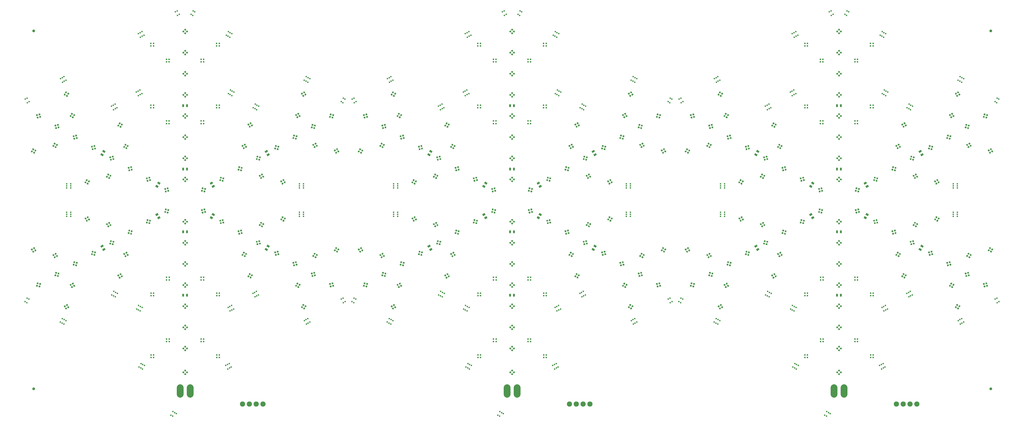
<source format=gbr>
G04 EAGLE Gerber RS-274X export*
G75*
%MOMM*%
%FSLAX34Y34*%
%LPD*%
%INSoldermask Bottom*%
%IPPOS*%
%AMOC8*
5,1,8,0,0,1.08239X$1,22.5*%
G01*
%ADD10C,0.550800*%
%ADD11C,1.050800*%
%ADD12R,0.600800X0.600800*%
%ADD13R,0.600800X0.600800*%
%ADD14R,0.750800X1.050800*%
%ADD15C,2.550800*%
%ADD16C,1.930400*%


D10*
X-46586Y-803516D03*
X-53081Y-799766D03*
X-32591Y-794275D03*
X-39086Y-790525D03*
X-45581Y-786775D03*
X157659Y-611378D03*
X164154Y-607628D03*
X158663Y-628119D03*
X165159Y-624369D03*
X171654Y-620619D03*
X151163Y-615128D03*
X166409Y-395128D03*
X172904Y-391378D03*
X167413Y-411869D03*
X173909Y-408119D03*
X180404Y-404369D03*
X159913Y-398878D03*
X258909Y-342628D03*
X265404Y-338878D03*
X259913Y-359369D03*
X266409Y-355619D03*
X272904Y-351869D03*
X252413Y-346378D03*
X450159Y-443878D03*
X456654Y-440128D03*
X451163Y-460619D03*
X457659Y-456869D03*
X464154Y-453119D03*
X443663Y-447628D03*
X581409Y-367628D03*
X587904Y-363878D03*
X588909Y-380619D03*
X595404Y-376869D03*
X-457341Y457372D03*
X-450846Y461122D03*
X-456337Y440631D03*
X-449841Y444381D03*
X-443346Y448131D03*
X-463837Y453622D03*
X-267341Y354872D03*
X-260846Y358622D03*
X-266337Y338131D03*
X-259841Y341881D03*
X-253346Y345631D03*
X-273837Y351122D03*
X-174841Y407372D03*
X-168346Y411122D03*
X-173837Y390631D03*
X-167341Y394381D03*
X-160846Y398131D03*
X-181337Y403622D03*
X-167341Y624872D03*
X-160846Y628622D03*
X-166337Y608131D03*
X-159841Y611881D03*
X-153346Y615631D03*
X-173837Y621122D03*
X-36091Y702372D03*
X-29596Y706122D03*
X-28591Y689381D03*
X-22096Y693131D03*
X-157659Y-611378D03*
X-164154Y-607628D03*
X-158663Y-628119D03*
X-165159Y-624369D03*
X-171654Y-620619D03*
X-151163Y-615128D03*
X-166409Y-395128D03*
X-172904Y-391378D03*
X-167413Y-411869D03*
X-173909Y-408119D03*
X-180404Y-404369D03*
X-159913Y-398878D03*
X-258909Y-342628D03*
X-265404Y-338878D03*
X-259913Y-359369D03*
X-266409Y-355619D03*
X-272904Y-351869D03*
X-252413Y-346378D03*
X-450159Y-443878D03*
X-456654Y-440128D03*
X-451163Y-460619D03*
X-457659Y-456869D03*
X-464154Y-453119D03*
X-443663Y-447628D03*
X-581409Y-367628D03*
X-587904Y-363878D03*
X-588909Y-380619D03*
X-595404Y-376869D03*
X457341Y457372D03*
X450846Y461122D03*
X456337Y440631D03*
X449841Y444381D03*
X443346Y448131D03*
X463837Y453622D03*
X267341Y354872D03*
X260846Y358622D03*
X266337Y338131D03*
X259841Y341881D03*
X253346Y345631D03*
X273837Y351122D03*
X174841Y407372D03*
X168346Y411122D03*
X173837Y390631D03*
X167341Y394381D03*
X160846Y398131D03*
X181337Y403622D03*
X167341Y624872D03*
X160846Y628622D03*
X166337Y608131D03*
X159841Y611881D03*
X153346Y615631D03*
X173837Y621122D03*
X36091Y702372D03*
X29596Y706122D03*
X28591Y689381D03*
X22096Y693131D03*
X594841Y377372D03*
X588346Y381122D03*
X587341Y364381D03*
X580846Y368131D03*
X-594841Y377372D03*
X-588346Y381122D03*
X-587341Y364381D03*
X-580846Y368131D03*
X440491Y-51948D03*
X440491Y-59448D03*
X425491Y-44448D03*
X425491Y-51948D03*
X425491Y-59448D03*
X440491Y-44448D03*
X440491Y54302D03*
X440491Y46802D03*
X425491Y61802D03*
X425491Y54302D03*
X425491Y46802D03*
X440491Y61802D03*
X-440491Y-51948D03*
X-440491Y-59448D03*
X-425491Y-44448D03*
X-425491Y-51948D03*
X-425491Y-59448D03*
X-440491Y-44448D03*
X-440491Y54302D03*
X-440491Y46802D03*
X-425491Y61802D03*
X-425491Y54302D03*
X-425491Y46802D03*
X-440491Y61802D03*
X1170092Y-803516D03*
X1163597Y-799766D03*
X1184087Y-794275D03*
X1177592Y-790525D03*
X1171097Y-786775D03*
X1374337Y-611378D03*
X1380832Y-607628D03*
X1375341Y-628119D03*
X1381837Y-624369D03*
X1388332Y-620619D03*
X1367841Y-615128D03*
X1383087Y-395128D03*
X1389582Y-391378D03*
X1384091Y-411869D03*
X1390587Y-408119D03*
X1397082Y-404369D03*
X1376591Y-398878D03*
X1475587Y-342628D03*
X1482082Y-338878D03*
X1476591Y-359369D03*
X1483087Y-355619D03*
X1489582Y-351869D03*
X1469091Y-346378D03*
X1666837Y-443878D03*
X1673332Y-440128D03*
X1667841Y-460619D03*
X1674337Y-456869D03*
X1680832Y-453119D03*
X1660341Y-447628D03*
X1798087Y-367628D03*
X1804582Y-363878D03*
X1805587Y-380619D03*
X1812082Y-376869D03*
X759337Y457372D03*
X765832Y461122D03*
X760341Y440631D03*
X766837Y444381D03*
X773332Y448131D03*
X752841Y453622D03*
X949337Y354872D03*
X955832Y358622D03*
X950341Y338131D03*
X956837Y341881D03*
X963332Y345631D03*
X942841Y351122D03*
X1041837Y407372D03*
X1048332Y411122D03*
X1042841Y390631D03*
X1049337Y394381D03*
X1055832Y398131D03*
X1035341Y403622D03*
X1049337Y624872D03*
X1055832Y628622D03*
X1050341Y608131D03*
X1056837Y611881D03*
X1063332Y615631D03*
X1042841Y621122D03*
X1180587Y702372D03*
X1187082Y706122D03*
X1188087Y689381D03*
X1194582Y693131D03*
X1059019Y-611378D03*
X1052524Y-607628D03*
X1058015Y-628119D03*
X1051519Y-624369D03*
X1045024Y-620619D03*
X1065515Y-615128D03*
X1050269Y-395128D03*
X1043774Y-391378D03*
X1049265Y-411869D03*
X1042769Y-408119D03*
X1036274Y-404369D03*
X1056765Y-398878D03*
X957769Y-342628D03*
X951274Y-338878D03*
X956765Y-359369D03*
X950269Y-355619D03*
X943774Y-351869D03*
X964265Y-346378D03*
X766519Y-443878D03*
X760024Y-440128D03*
X765515Y-460619D03*
X759019Y-456869D03*
X752524Y-453119D03*
X773015Y-447628D03*
X635269Y-367628D03*
X628774Y-363878D03*
X627769Y-380619D03*
X621274Y-376869D03*
X1674019Y457372D03*
X1667524Y461122D03*
X1673015Y440631D03*
X1666519Y444381D03*
X1660024Y448131D03*
X1680515Y453622D03*
X1484019Y354872D03*
X1477524Y358622D03*
X1483015Y338131D03*
X1476519Y341881D03*
X1470024Y345631D03*
X1490515Y351122D03*
X1391519Y407372D03*
X1385024Y411122D03*
X1390515Y390631D03*
X1384019Y394381D03*
X1377524Y398131D03*
X1398015Y403622D03*
X1384019Y624872D03*
X1377524Y628622D03*
X1383015Y608131D03*
X1376519Y611881D03*
X1370024Y615631D03*
X1390515Y621122D03*
X1252769Y702372D03*
X1246274Y706122D03*
X1245269Y689381D03*
X1238774Y693131D03*
X1811519Y377372D03*
X1805024Y381122D03*
X1804019Y364381D03*
X1797524Y368131D03*
X621837Y377372D03*
X628332Y381122D03*
X629337Y364381D03*
X635832Y368131D03*
X1657169Y-51948D03*
X1657169Y-59448D03*
X1642169Y-44448D03*
X1642169Y-51948D03*
X1642169Y-59448D03*
X1657169Y-44448D03*
X1657169Y54302D03*
X1657169Y46802D03*
X1642169Y61802D03*
X1642169Y54302D03*
X1642169Y46802D03*
X1657169Y61802D03*
X776187Y-51948D03*
X776187Y-59448D03*
X791187Y-44448D03*
X791187Y-51948D03*
X791187Y-59448D03*
X776187Y-44448D03*
X776187Y54302D03*
X776187Y46802D03*
X791187Y61802D03*
X791187Y54302D03*
X791187Y46802D03*
X776187Y61802D03*
X2386770Y-803516D03*
X2380275Y-799766D03*
X2400765Y-794275D03*
X2394270Y-790525D03*
X2387775Y-786775D03*
X2591015Y-611378D03*
X2597510Y-607628D03*
X2592019Y-628119D03*
X2598515Y-624369D03*
X2605010Y-620619D03*
X2584519Y-615128D03*
X2599765Y-395128D03*
X2606260Y-391378D03*
X2600769Y-411869D03*
X2607265Y-408119D03*
X2613760Y-404369D03*
X2593269Y-398878D03*
X2692265Y-342628D03*
X2698760Y-338878D03*
X2693269Y-359369D03*
X2699765Y-355619D03*
X2706260Y-351869D03*
X2685769Y-346378D03*
X2883515Y-443878D03*
X2890010Y-440128D03*
X2884519Y-460619D03*
X2891015Y-456869D03*
X2897510Y-453119D03*
X2877019Y-447628D03*
X3014765Y-367628D03*
X3021260Y-363878D03*
X3022265Y-380619D03*
X3028760Y-376869D03*
X1976015Y457372D03*
X1982510Y461122D03*
X1977019Y440631D03*
X1983515Y444381D03*
X1990010Y448131D03*
X1969519Y453622D03*
X2166015Y354872D03*
X2172510Y358622D03*
X2167019Y338131D03*
X2173515Y341881D03*
X2180010Y345631D03*
X2159519Y351122D03*
X2258515Y407372D03*
X2265010Y411122D03*
X2259519Y390631D03*
X2266015Y394381D03*
X2272510Y398131D03*
X2252019Y403622D03*
X2266015Y624872D03*
X2272510Y628622D03*
X2267019Y608131D03*
X2273515Y611881D03*
X2280010Y615631D03*
X2259519Y621122D03*
X2397265Y702372D03*
X2403760Y706122D03*
X2404765Y689381D03*
X2411260Y693131D03*
X2275697Y-611378D03*
X2269202Y-607628D03*
X2274693Y-628119D03*
X2268197Y-624369D03*
X2261702Y-620619D03*
X2282193Y-615128D03*
X2266947Y-395128D03*
X2260452Y-391378D03*
X2265943Y-411869D03*
X2259447Y-408119D03*
X2252952Y-404369D03*
X2273443Y-398878D03*
X2174447Y-342628D03*
X2167952Y-338878D03*
X2173443Y-359369D03*
X2166947Y-355619D03*
X2160452Y-351869D03*
X2180943Y-346378D03*
X1983197Y-443878D03*
X1976702Y-440128D03*
X1982193Y-460619D03*
X1975697Y-456869D03*
X1969202Y-453119D03*
X1989693Y-447628D03*
X1851947Y-367628D03*
X1845452Y-363878D03*
X1844447Y-380619D03*
X1837952Y-376869D03*
X2890697Y457372D03*
X2884202Y461122D03*
X2889693Y440631D03*
X2883197Y444381D03*
X2876702Y448131D03*
X2897193Y453622D03*
X2700697Y354872D03*
X2694202Y358622D03*
X2699693Y338131D03*
X2693197Y341881D03*
X2686702Y345631D03*
X2707193Y351122D03*
X2608197Y407372D03*
X2601702Y411122D03*
X2607193Y390631D03*
X2600697Y394381D03*
X2594202Y398131D03*
X2614693Y403622D03*
X2600697Y624872D03*
X2594202Y628622D03*
X2599693Y608131D03*
X2593197Y611881D03*
X2586702Y615631D03*
X2607193Y621122D03*
X2469447Y702372D03*
X2462952Y706122D03*
X2461947Y689381D03*
X2455452Y693131D03*
X3028197Y377372D03*
X3021702Y381122D03*
X3020697Y364381D03*
X3014202Y368131D03*
X1838515Y377372D03*
X1845010Y381122D03*
X1846015Y364381D03*
X1852510Y368131D03*
X2873847Y-51948D03*
X2873847Y-59448D03*
X2858847Y-44448D03*
X2858847Y-51948D03*
X2858847Y-59448D03*
X2873847Y-44448D03*
X2873847Y54302D03*
X2873847Y46802D03*
X2858847Y61802D03*
X2858847Y54302D03*
X2858847Y46802D03*
X2873847Y61802D03*
X1992865Y-51948D03*
X1992865Y-59448D03*
X2007865Y-44448D03*
X2007865Y-51948D03*
X2007865Y-59448D03*
X1992865Y-44448D03*
X1992865Y54302D03*
X1992865Y46802D03*
X2007865Y61802D03*
X2007865Y54302D03*
X2007865Y46802D03*
X1992865Y61802D03*
D11*
X-563976Y-701800D03*
X-563976Y631851D03*
X2998374Y-701800D03*
X2998374Y631851D03*
D12*
G36*
X0Y-89903D02*
X-4248Y-85655D01*
X0Y-81407D01*
X4248Y-85655D01*
X0Y-89903D01*
G37*
G36*
X6718Y-83185D02*
X2470Y-78937D01*
X6718Y-74689D01*
X10966Y-78937D01*
X6718Y-83185D01*
G37*
G36*
X0Y-76468D02*
X-4248Y-72220D01*
X0Y-67972D01*
X4248Y-72220D01*
X0Y-76468D01*
G37*
G36*
X-6718Y-83185D02*
X-10966Y-78937D01*
X-6718Y-74689D01*
X-2470Y-78937D01*
X-6718Y-83185D01*
G37*
G36*
X0Y-168643D02*
X-4248Y-164395D01*
X0Y-160147D01*
X4248Y-164395D01*
X0Y-168643D01*
G37*
G36*
X6718Y-161925D02*
X2470Y-157677D01*
X6718Y-153429D01*
X10966Y-157677D01*
X6718Y-161925D01*
G37*
G36*
X0Y-155208D02*
X-4248Y-150960D01*
X0Y-146712D01*
X4248Y-150960D01*
X0Y-155208D01*
G37*
G36*
X-6718Y-161925D02*
X-10966Y-157677D01*
X-6718Y-153429D01*
X-2470Y-157677D01*
X-6718Y-161925D01*
G37*
G36*
X0Y-247129D02*
X-4248Y-242881D01*
X0Y-238633D01*
X4248Y-242881D01*
X0Y-247129D01*
G37*
G36*
X6718Y-240411D02*
X2470Y-236163D01*
X6718Y-231915D01*
X10966Y-236163D01*
X6718Y-240411D01*
G37*
G36*
X0Y-233694D02*
X-4248Y-229446D01*
X0Y-225198D01*
X4248Y-229446D01*
X0Y-233694D01*
G37*
G36*
X-6718Y-240411D02*
X-10966Y-236163D01*
X-6718Y-231915D01*
X-2470Y-236163D01*
X-6718Y-240411D01*
G37*
D13*
X-68758Y-296031D03*
X-59258Y-296031D03*
X-59258Y-286531D03*
X-68758Y-286531D03*
X-126924Y-354705D03*
X-117424Y-354705D03*
X-117424Y-345205D03*
X-126924Y-345205D03*
X69012Y-296031D03*
X69012Y-286531D03*
X59512Y-286531D03*
X59512Y-296031D03*
D14*
X-7000Y-117017D03*
X7000Y-117017D03*
D13*
X127178Y-354959D03*
X127178Y-345459D03*
X117678Y-345459D03*
X117678Y-354959D03*
D12*
G36*
X0Y-325869D02*
X-4248Y-321621D01*
X0Y-317373D01*
X4248Y-321621D01*
X0Y-325869D01*
G37*
G36*
X6718Y-319151D02*
X2470Y-314903D01*
X6718Y-310655D01*
X10966Y-314903D01*
X6718Y-319151D01*
G37*
G36*
X0Y-312434D02*
X-4248Y-308186D01*
X0Y-303938D01*
X4248Y-308186D01*
X0Y-312434D01*
G37*
G36*
X-6718Y-319151D02*
X-10966Y-314903D01*
X-6718Y-310655D01*
X-2470Y-314903D01*
X-6718Y-319151D01*
G37*
G36*
X0Y-404609D02*
X-4248Y-400361D01*
X0Y-396113D01*
X4248Y-400361D01*
X0Y-404609D01*
G37*
G36*
X6718Y-397891D02*
X2470Y-393643D01*
X6718Y-389395D01*
X10966Y-393643D01*
X6718Y-397891D01*
G37*
G36*
X0Y-391174D02*
X-4248Y-386926D01*
X0Y-382678D01*
X4248Y-386926D01*
X0Y-391174D01*
G37*
G36*
X-6718Y-397891D02*
X-10966Y-393643D01*
X-6718Y-389395D01*
X-2470Y-393643D01*
X-6718Y-397891D01*
G37*
G36*
X0Y-483095D02*
X-4248Y-478847D01*
X0Y-474599D01*
X4248Y-478847D01*
X0Y-483095D01*
G37*
G36*
X6718Y-476377D02*
X2470Y-472129D01*
X6718Y-467881D01*
X10966Y-472129D01*
X6718Y-476377D01*
G37*
G36*
X0Y-469660D02*
X-4248Y-465412D01*
X0Y-461164D01*
X4248Y-465412D01*
X0Y-469660D01*
G37*
G36*
X-6718Y-476377D02*
X-10966Y-472129D01*
X-6718Y-467881D01*
X-2470Y-472129D01*
X-6718Y-476377D01*
G37*
D13*
X-68758Y-526155D03*
X-59258Y-526155D03*
X-59258Y-516655D03*
X-68758Y-516655D03*
X-126924Y-585083D03*
X-117424Y-585083D03*
X-117424Y-575583D03*
X-126924Y-575583D03*
X69012Y-526155D03*
X69012Y-516655D03*
X59512Y-516655D03*
X59512Y-526155D03*
X127178Y-585083D03*
X127178Y-575583D03*
X117678Y-575583D03*
X117678Y-585083D03*
D14*
X-7000Y-352983D03*
X7000Y-352983D03*
D12*
G36*
X0Y-561835D02*
X-4248Y-557587D01*
X0Y-553339D01*
X4248Y-557587D01*
X0Y-561835D01*
G37*
G36*
X6718Y-555117D02*
X2470Y-550869D01*
X6718Y-546621D01*
X10966Y-550869D01*
X6718Y-555117D01*
G37*
G36*
X0Y-548400D02*
X-4248Y-544152D01*
X0Y-539904D01*
X4248Y-544152D01*
X0Y-548400D01*
G37*
G36*
X-6718Y-555117D02*
X-10966Y-550869D01*
X-6718Y-546621D01*
X-2470Y-550869D01*
X-6718Y-555117D01*
G37*
D15*
X18749Y-697288D02*
X18749Y-722288D01*
X-18751Y-722288D02*
X-18751Y-697288D01*
D12*
G36*
X-1Y-651066D02*
X-4249Y-646818D01*
X-1Y-642570D01*
X4247Y-646818D01*
X-1Y-651066D01*
G37*
G36*
X6717Y-644349D02*
X2469Y-640101D01*
X6717Y-635853D01*
X10965Y-640101D01*
X6717Y-644349D01*
G37*
G36*
X-1Y-637631D02*
X-4249Y-633383D01*
X-1Y-629135D01*
X4247Y-633383D01*
X-1Y-637631D01*
G37*
G36*
X-6718Y-644349D02*
X-10966Y-640101D01*
X-6718Y-635853D01*
X-2470Y-640101D01*
X-6718Y-644349D01*
G37*
D16*
X213499Y-758601D03*
X238899Y-758601D03*
X264299Y-758601D03*
X289699Y-758601D03*
D12*
G36*
X-77858Y-44951D02*
X-76303Y-39148D01*
X-70500Y-40703D01*
X-72055Y-46506D01*
X-77858Y-44951D01*
G37*
G36*
X-68682Y-47410D02*
X-67127Y-41607D01*
X-61324Y-43162D01*
X-62879Y-48965D01*
X-68682Y-47410D01*
G37*
G36*
X-66223Y-38234D02*
X-64668Y-32431D01*
X-58865Y-33986D01*
X-60420Y-39789D01*
X-66223Y-38234D01*
G37*
G36*
X-75400Y-35775D02*
X-73845Y-29972D01*
X-68042Y-31527D01*
X-69597Y-37330D01*
X-75400Y-35775D01*
G37*
G36*
X-146049Y-84321D02*
X-144494Y-78518D01*
X-138691Y-80073D01*
X-140246Y-85876D01*
X-146049Y-84321D01*
G37*
G36*
X-136873Y-86780D02*
X-135318Y-80977D01*
X-129515Y-82532D01*
X-131070Y-88335D01*
X-136873Y-86780D01*
G37*
G36*
X-134414Y-77604D02*
X-132859Y-71801D01*
X-127056Y-73356D01*
X-128611Y-79159D01*
X-134414Y-77604D01*
G37*
G36*
X-143590Y-75145D02*
X-142035Y-69342D01*
X-136232Y-70897D01*
X-137787Y-76700D01*
X-143590Y-75145D01*
G37*
G36*
X-214020Y-123564D02*
X-212465Y-117761D01*
X-206662Y-119316D01*
X-208217Y-125119D01*
X-214020Y-123564D01*
G37*
G36*
X-204844Y-126023D02*
X-203289Y-120220D01*
X-197486Y-121775D01*
X-199041Y-127578D01*
X-204844Y-126023D01*
G37*
G36*
X-202385Y-116847D02*
X-200830Y-111044D01*
X-195027Y-112599D01*
X-196582Y-118402D01*
X-202385Y-116847D01*
G37*
G36*
X-211561Y-114388D02*
X-210006Y-108585D01*
X-204203Y-110140D01*
X-205758Y-115943D01*
X-211561Y-114388D01*
G37*
G36*
X-294853Y-87371D02*
X-289651Y-84367D01*
X-286647Y-89569D01*
X-291849Y-92573D01*
X-294853Y-87371D01*
G37*
G36*
X-290103Y-95598D02*
X-284901Y-92594D01*
X-281897Y-97796D01*
X-287099Y-100800D01*
X-290103Y-95598D01*
G37*
G36*
X-281875Y-90848D02*
X-276673Y-87844D01*
X-273669Y-93046D01*
X-278871Y-96050D01*
X-281875Y-90848D01*
G37*
G36*
X-286625Y-82621D02*
X-281423Y-79617D01*
X-278419Y-84819D01*
X-283621Y-87823D01*
X-286625Y-82621D01*
G37*
G36*
X-374749Y-66334D02*
X-369547Y-63330D01*
X-366543Y-68532D01*
X-371745Y-71536D01*
X-374749Y-66334D01*
G37*
G36*
X-369999Y-74562D02*
X-364797Y-71558D01*
X-361793Y-76760D01*
X-366995Y-79764D01*
X-369999Y-74562D01*
G37*
G36*
X-361772Y-69812D02*
X-356570Y-66808D01*
X-353566Y-72010D01*
X-358768Y-75014D01*
X-361772Y-69812D01*
G37*
G36*
X-366522Y-61584D02*
X-361320Y-58580D01*
X-358316Y-63782D01*
X-363518Y-66786D01*
X-366522Y-61584D01*
G37*
G36*
X-222964Y-211885D02*
X-225968Y-206683D01*
X-220766Y-203679D01*
X-217762Y-208881D01*
X-222964Y-211885D01*
G37*
G36*
X-214737Y-207135D02*
X-217741Y-201933D01*
X-212539Y-198929D01*
X-209535Y-204131D01*
X-214737Y-207135D01*
G37*
G36*
X-219487Y-198908D02*
X-222491Y-193706D01*
X-217289Y-190702D01*
X-214285Y-195904D01*
X-219487Y-198908D01*
G37*
G36*
X-227714Y-203658D02*
X-230718Y-198456D01*
X-225516Y-195452D01*
X-222512Y-200654D01*
X-227714Y-203658D01*
G37*
D14*
G36*
X-102167Y-46569D02*
X-98413Y-53071D01*
X-107513Y-58325D01*
X-111267Y-51823D01*
X-102167Y-46569D01*
G37*
G36*
X-95167Y-58693D02*
X-91413Y-65195D01*
X-100513Y-70449D01*
X-104267Y-63947D01*
X-95167Y-58693D01*
G37*
D12*
G36*
X-244914Y-291722D02*
X-247918Y-286520D01*
X-242716Y-283516D01*
X-239712Y-288718D01*
X-244914Y-291722D01*
G37*
G36*
X-236687Y-286972D02*
X-239691Y-281770D01*
X-234489Y-278766D01*
X-231485Y-283968D01*
X-236687Y-286972D01*
G37*
G36*
X-241437Y-278745D02*
X-244441Y-273543D01*
X-239239Y-270539D01*
X-236235Y-275741D01*
X-241437Y-278745D01*
G37*
G36*
X-249664Y-283495D02*
X-252668Y-278293D01*
X-247466Y-275289D01*
X-244462Y-280491D01*
X-249664Y-283495D01*
G37*
G36*
X-282211Y-162934D02*
X-280656Y-157131D01*
X-274853Y-158686D01*
X-276408Y-164489D01*
X-282211Y-162934D01*
G37*
G36*
X-273035Y-165393D02*
X-271480Y-159590D01*
X-265677Y-161145D01*
X-267232Y-166948D01*
X-273035Y-165393D01*
G37*
G36*
X-270576Y-156217D02*
X-269021Y-150414D01*
X-263218Y-151969D01*
X-264773Y-157772D01*
X-270576Y-156217D01*
G37*
G36*
X-279752Y-153758D02*
X-278197Y-147955D01*
X-272394Y-149510D01*
X-273949Y-155313D01*
X-279752Y-153758D01*
G37*
G36*
X-350402Y-202304D02*
X-348847Y-196501D01*
X-343044Y-198056D01*
X-344599Y-203859D01*
X-350402Y-202304D01*
G37*
G36*
X-341225Y-204763D02*
X-339670Y-198960D01*
X-333867Y-200515D01*
X-335422Y-206318D01*
X-341225Y-204763D01*
G37*
G36*
X-338767Y-195587D02*
X-337212Y-189784D01*
X-331409Y-191339D01*
X-332964Y-197142D01*
X-338767Y-195587D01*
G37*
G36*
X-347943Y-193128D02*
X-346388Y-187325D01*
X-340585Y-188880D01*
X-342140Y-194683D01*
X-347943Y-193128D01*
G37*
G36*
X-418373Y-241547D02*
X-416818Y-235744D01*
X-411015Y-237299D01*
X-412570Y-243102D01*
X-418373Y-241547D01*
G37*
G36*
X-409196Y-244006D02*
X-407641Y-238203D01*
X-401838Y-239758D01*
X-403393Y-245561D01*
X-409196Y-244006D01*
G37*
G36*
X-406738Y-234830D02*
X-405183Y-229027D01*
X-399380Y-230582D01*
X-400935Y-236385D01*
X-406738Y-234830D01*
G37*
G36*
X-415914Y-232371D02*
X-414359Y-226568D01*
X-408556Y-228123D01*
X-410111Y-233926D01*
X-415914Y-232371D01*
G37*
G36*
X-494146Y-202433D02*
X-488944Y-199429D01*
X-485940Y-204631D01*
X-491142Y-207635D01*
X-494146Y-202433D01*
G37*
G36*
X-489396Y-210660D02*
X-484194Y-207656D01*
X-481190Y-212858D01*
X-486392Y-215862D01*
X-489396Y-210660D01*
G37*
G36*
X-481169Y-205910D02*
X-475967Y-202906D01*
X-472963Y-208108D01*
X-478165Y-211112D01*
X-481169Y-205910D01*
G37*
G36*
X-485919Y-197683D02*
X-480717Y-194679D01*
X-477713Y-199881D01*
X-482915Y-202885D01*
X-485919Y-197683D01*
G37*
G36*
X-574262Y-181523D02*
X-569060Y-178519D01*
X-566056Y-183721D01*
X-571258Y-186725D01*
X-574262Y-181523D01*
G37*
G36*
X-569512Y-189751D02*
X-564310Y-186747D01*
X-561306Y-191949D01*
X-566508Y-194953D01*
X-569512Y-189751D01*
G37*
G36*
X-561285Y-185001D02*
X-556083Y-181997D01*
X-553079Y-187199D01*
X-558281Y-190203D01*
X-561285Y-185001D01*
G37*
G36*
X-566035Y-176773D02*
X-560833Y-173769D01*
X-557829Y-178971D01*
X-563031Y-181975D01*
X-566035Y-176773D01*
G37*
G36*
X-422257Y-326947D02*
X-425261Y-321745D01*
X-420059Y-318741D01*
X-417055Y-323943D01*
X-422257Y-326947D01*
G37*
G36*
X-414030Y-322197D02*
X-417034Y-316995D01*
X-411832Y-313991D01*
X-408828Y-319193D01*
X-414030Y-322197D01*
G37*
G36*
X-418780Y-313970D02*
X-421784Y-308768D01*
X-416582Y-305764D01*
X-413578Y-310966D01*
X-418780Y-313970D01*
G37*
G36*
X-427007Y-318720D02*
X-430011Y-313518D01*
X-424809Y-310514D01*
X-421805Y-315716D01*
X-427007Y-318720D01*
G37*
G36*
X-444207Y-406784D02*
X-447211Y-401582D01*
X-442009Y-398578D01*
X-439005Y-403780D01*
X-444207Y-406784D01*
G37*
G36*
X-435980Y-402034D02*
X-438984Y-396832D01*
X-433782Y-393828D01*
X-430778Y-399030D01*
X-435980Y-402034D01*
G37*
G36*
X-440730Y-393807D02*
X-443734Y-388605D01*
X-438532Y-385601D01*
X-435528Y-390803D01*
X-440730Y-393807D01*
G37*
G36*
X-448957Y-398557D02*
X-451961Y-393355D01*
X-446759Y-390351D01*
X-443755Y-395553D01*
X-448957Y-398557D01*
G37*
D14*
G36*
X-306520Y-164552D02*
X-302766Y-171054D01*
X-311866Y-176308D01*
X-315620Y-169806D01*
X-306520Y-164552D01*
G37*
G36*
X-299520Y-176676D02*
X-295766Y-183178D01*
X-304866Y-188432D01*
X-308620Y-181930D01*
X-299520Y-176676D01*
G37*
D12*
G36*
X-486563Y-280917D02*
X-485008Y-275114D01*
X-479205Y-276669D01*
X-480760Y-282472D01*
X-486563Y-280917D01*
G37*
G36*
X-477387Y-283376D02*
X-475832Y-277573D01*
X-470029Y-279128D01*
X-471584Y-284931D01*
X-477387Y-283376D01*
G37*
G36*
X-474928Y-274200D02*
X-473373Y-268397D01*
X-467570Y-269952D01*
X-469125Y-275755D01*
X-474928Y-274200D01*
G37*
G36*
X-484105Y-271741D02*
X-482550Y-265938D01*
X-476747Y-267493D01*
X-478302Y-273296D01*
X-484105Y-271741D01*
G37*
G36*
X-554754Y-320287D02*
X-553199Y-314484D01*
X-547396Y-316039D01*
X-548951Y-321842D01*
X-554754Y-320287D01*
G37*
G36*
X-545578Y-322746D02*
X-544023Y-316943D01*
X-538220Y-318498D01*
X-539775Y-324301D01*
X-545578Y-322746D01*
G37*
G36*
X-543119Y-313570D02*
X-541564Y-307767D01*
X-535761Y-309322D01*
X-537316Y-315125D01*
X-543119Y-313570D01*
G37*
G36*
X-552296Y-311111D02*
X-550741Y-305308D01*
X-544938Y-306863D01*
X-546493Y-312666D01*
X-552296Y-311111D01*
G37*
G36*
X-77858Y44951D02*
X-72055Y46506D01*
X-70500Y40703D01*
X-76303Y39148D01*
X-77858Y44951D01*
G37*
G36*
X-75400Y35775D02*
X-69597Y37330D01*
X-68042Y31527D01*
X-73845Y29972D01*
X-75400Y35775D01*
G37*
G36*
X-66223Y38234D02*
X-60420Y39789D01*
X-58865Y33986D01*
X-64668Y32431D01*
X-66223Y38234D01*
G37*
G36*
X-68682Y47410D02*
X-62879Y48965D01*
X-61324Y43162D01*
X-67127Y41607D01*
X-68682Y47410D01*
G37*
G36*
X-146049Y84321D02*
X-140246Y85876D01*
X-138691Y80073D01*
X-144494Y78518D01*
X-146049Y84321D01*
G37*
G36*
X-143590Y75145D02*
X-137787Y76700D01*
X-136232Y70897D01*
X-142035Y69342D01*
X-143590Y75145D01*
G37*
G36*
X-134414Y77604D02*
X-128611Y79159D01*
X-127056Y73356D01*
X-132859Y71801D01*
X-134414Y77604D01*
G37*
G36*
X-136873Y86780D02*
X-131070Y88335D01*
X-129515Y82532D01*
X-135318Y80977D01*
X-136873Y86780D01*
G37*
G36*
X-214020Y123564D02*
X-208217Y125119D01*
X-206662Y119316D01*
X-212465Y117761D01*
X-214020Y123564D01*
G37*
G36*
X-211561Y114388D02*
X-205758Y115943D01*
X-204203Y110140D01*
X-210006Y108585D01*
X-211561Y114388D01*
G37*
G36*
X-202385Y116847D02*
X-196582Y118402D01*
X-195027Y112599D01*
X-200830Y111044D01*
X-202385Y116847D01*
G37*
G36*
X-204844Y126023D02*
X-199041Y127578D01*
X-197486Y121775D01*
X-203289Y120220D01*
X-204844Y126023D01*
G37*
G36*
X-223091Y211665D02*
X-217889Y208661D01*
X-220893Y203459D01*
X-226095Y206463D01*
X-223091Y211665D01*
G37*
G36*
X-227841Y203438D02*
X-222639Y200434D01*
X-225643Y195232D01*
X-230845Y198236D01*
X-227841Y203438D01*
G37*
G36*
X-219614Y198688D02*
X-214412Y195684D01*
X-217416Y190482D01*
X-222618Y193486D01*
X-219614Y198688D01*
G37*
G36*
X-214864Y206915D02*
X-209662Y203911D01*
X-212666Y198709D01*
X-217868Y201713D01*
X-214864Y206915D01*
G37*
G36*
X-244821Y291375D02*
X-239619Y288371D01*
X-242623Y283169D01*
X-247825Y286173D01*
X-244821Y291375D01*
G37*
G36*
X-249571Y283148D02*
X-244369Y280144D01*
X-247373Y274942D01*
X-252575Y277946D01*
X-249571Y283148D01*
G37*
G36*
X-241344Y278398D02*
X-236142Y275394D01*
X-239146Y270192D01*
X-244348Y273196D01*
X-241344Y278398D01*
G37*
G36*
X-236594Y286625D02*
X-231392Y283621D01*
X-234396Y278419D01*
X-239598Y281423D01*
X-236594Y286625D01*
G37*
G36*
X-294980Y87151D02*
X-291976Y92353D01*
X-286774Y89349D01*
X-289778Y84147D01*
X-294980Y87151D01*
G37*
G36*
X-286753Y82401D02*
X-283749Y87603D01*
X-278547Y84599D01*
X-281551Y79397D01*
X-286753Y82401D01*
G37*
G36*
X-282003Y90628D02*
X-278999Y95830D01*
X-273797Y92826D01*
X-276801Y87624D01*
X-282003Y90628D01*
G37*
G36*
X-290230Y95378D02*
X-287226Y100580D01*
X-282024Y97576D01*
X-285028Y92374D01*
X-290230Y95378D01*
G37*
D14*
G36*
X-91413Y65195D02*
X-95167Y58693D01*
X-104267Y63947D01*
X-100513Y70449D01*
X-91413Y65195D01*
G37*
G36*
X-98413Y53071D02*
X-102167Y46569D01*
X-111267Y51823D01*
X-107513Y58325D01*
X-98413Y53071D01*
G37*
D12*
G36*
X-375096Y66241D02*
X-372092Y71443D01*
X-366890Y68439D01*
X-369894Y63237D01*
X-375096Y66241D01*
G37*
G36*
X-366869Y61491D02*
X-363865Y66693D01*
X-358663Y63689D01*
X-361667Y58487D01*
X-366869Y61491D01*
G37*
G36*
X-362119Y69719D02*
X-359115Y74921D01*
X-353913Y71917D01*
X-356917Y66715D01*
X-362119Y69719D01*
G37*
G36*
X-370346Y74469D02*
X-367342Y79671D01*
X-362140Y76667D01*
X-365144Y71465D01*
X-370346Y74469D01*
G37*
G36*
X-282211Y162934D02*
X-276408Y164489D01*
X-274853Y158686D01*
X-280656Y157131D01*
X-282211Y162934D01*
G37*
G36*
X-279752Y153758D02*
X-273949Y155313D01*
X-272394Y149510D01*
X-278197Y147955D01*
X-279752Y153758D01*
G37*
G36*
X-270576Y156217D02*
X-264773Y157772D01*
X-263218Y151969D01*
X-269021Y150414D01*
X-270576Y156217D01*
G37*
G36*
X-273035Y165393D02*
X-267232Y166948D01*
X-265677Y161145D01*
X-271480Y159590D01*
X-273035Y165393D01*
G37*
G36*
X-350402Y202304D02*
X-344599Y203859D01*
X-343044Y198056D01*
X-348847Y196501D01*
X-350402Y202304D01*
G37*
G36*
X-347943Y193128D02*
X-342140Y194683D01*
X-340585Y188880D01*
X-346388Y187325D01*
X-347943Y193128D01*
G37*
G36*
X-338767Y195587D02*
X-332964Y197142D01*
X-331409Y191339D01*
X-337212Y189784D01*
X-338767Y195587D01*
G37*
G36*
X-341225Y204763D02*
X-335422Y206318D01*
X-333867Y200515D01*
X-339670Y198960D01*
X-341225Y204763D01*
G37*
G36*
X-418373Y241547D02*
X-412570Y243102D01*
X-411015Y237299D01*
X-416818Y235744D01*
X-418373Y241547D01*
G37*
G36*
X-415914Y232371D02*
X-410111Y233926D01*
X-408556Y228123D01*
X-414359Y226568D01*
X-415914Y232371D01*
G37*
G36*
X-406738Y234830D02*
X-400935Y236385D01*
X-399380Y230582D01*
X-405183Y229027D01*
X-406738Y234830D01*
G37*
G36*
X-409196Y244006D02*
X-403393Y245561D01*
X-401838Y239758D01*
X-407641Y238203D01*
X-409196Y244006D01*
G37*
G36*
X-422384Y326727D02*
X-417182Y323723D01*
X-420186Y318521D01*
X-425388Y321525D01*
X-422384Y326727D01*
G37*
G36*
X-427134Y318500D02*
X-421932Y315496D01*
X-424936Y310294D01*
X-430138Y313298D01*
X-427134Y318500D01*
G37*
G36*
X-418907Y313750D02*
X-413705Y310746D01*
X-416709Y305544D01*
X-421911Y308548D01*
X-418907Y313750D01*
G37*
G36*
X-414157Y321977D02*
X-408955Y318973D01*
X-411959Y313771D01*
X-417161Y316775D01*
X-414157Y321977D01*
G37*
G36*
X-444334Y406564D02*
X-439132Y403560D01*
X-442136Y398358D01*
X-447338Y401362D01*
X-444334Y406564D01*
G37*
G36*
X-449084Y398337D02*
X-443882Y395333D01*
X-446886Y390131D01*
X-452088Y393135D01*
X-449084Y398337D01*
G37*
G36*
X-440857Y393587D02*
X-435655Y390583D01*
X-438659Y385381D01*
X-443861Y388385D01*
X-440857Y393587D01*
G37*
G36*
X-436107Y401814D02*
X-430905Y398810D01*
X-433909Y393608D01*
X-439111Y396612D01*
X-436107Y401814D01*
G37*
G36*
X-494273Y202213D02*
X-491269Y207415D01*
X-486067Y204411D01*
X-489071Y199209D01*
X-494273Y202213D01*
G37*
G36*
X-486046Y197463D02*
X-483042Y202665D01*
X-477840Y199661D01*
X-480844Y194459D01*
X-486046Y197463D01*
G37*
G36*
X-481296Y205690D02*
X-478292Y210892D01*
X-473090Y207888D01*
X-476094Y202686D01*
X-481296Y205690D01*
G37*
G36*
X-489523Y210440D02*
X-486519Y215642D01*
X-481317Y212638D01*
X-484321Y207436D01*
X-489523Y210440D01*
G37*
G36*
X-574389Y181303D02*
X-571385Y186505D01*
X-566183Y183501D01*
X-569187Y178299D01*
X-574389Y181303D01*
G37*
G36*
X-566162Y176553D02*
X-563158Y181755D01*
X-557956Y178751D01*
X-560960Y173549D01*
X-566162Y176553D01*
G37*
G36*
X-561412Y184781D02*
X-558408Y189983D01*
X-553206Y186979D01*
X-556210Y181777D01*
X-561412Y184781D01*
G37*
G36*
X-569639Y189531D02*
X-566635Y194733D01*
X-561433Y191729D01*
X-564437Y186527D01*
X-569639Y189531D01*
G37*
D14*
G36*
X-295766Y183178D02*
X-299520Y176676D01*
X-308620Y181930D01*
X-304866Y188432D01*
X-295766Y183178D01*
G37*
G36*
X-302766Y171054D02*
X-306520Y164552D01*
X-315620Y169806D01*
X-311866Y176308D01*
X-302766Y171054D01*
G37*
D12*
G36*
X-486564Y280917D02*
X-480761Y282472D01*
X-479206Y276669D01*
X-485009Y275114D01*
X-486564Y280917D01*
G37*
G36*
X-484105Y271741D02*
X-478302Y273296D01*
X-476747Y267493D01*
X-482550Y265938D01*
X-484105Y271741D01*
G37*
G36*
X-474928Y274200D02*
X-469125Y275755D01*
X-467570Y269952D01*
X-473373Y268397D01*
X-474928Y274200D01*
G37*
G36*
X-477387Y283376D02*
X-471584Y284931D01*
X-470029Y279128D01*
X-475832Y277573D01*
X-477387Y283376D01*
G37*
G36*
X-554754Y320287D02*
X-548951Y321842D01*
X-547396Y316039D01*
X-553199Y314484D01*
X-554754Y320287D01*
G37*
G36*
X-552296Y311111D02*
X-546493Y312666D01*
X-544938Y306863D01*
X-550741Y305308D01*
X-552296Y311111D01*
G37*
G36*
X-543119Y313570D02*
X-537316Y315125D01*
X-535761Y309322D01*
X-541564Y307767D01*
X-543119Y313570D01*
G37*
G36*
X-545578Y322746D02*
X-539775Y324301D01*
X-538220Y318498D01*
X-544023Y316943D01*
X-545578Y322746D01*
G37*
G36*
X0Y89903D02*
X4248Y85655D01*
X0Y81407D01*
X-4248Y85655D01*
X0Y89903D01*
G37*
G36*
X-6718Y83185D02*
X-2470Y78937D01*
X-6718Y74689D01*
X-10966Y78937D01*
X-6718Y83185D01*
G37*
G36*
X0Y76468D02*
X4248Y72220D01*
X0Y67972D01*
X-4248Y72220D01*
X0Y76468D01*
G37*
G36*
X6718Y83185D02*
X10966Y78937D01*
X6718Y74689D01*
X2470Y78937D01*
X6718Y83185D01*
G37*
G36*
X0Y168643D02*
X4248Y164395D01*
X0Y160147D01*
X-4248Y164395D01*
X0Y168643D01*
G37*
G36*
X-6718Y161925D02*
X-2470Y157677D01*
X-6718Y153429D01*
X-10966Y157677D01*
X-6718Y161925D01*
G37*
G36*
X0Y155208D02*
X4248Y150960D01*
X0Y146712D01*
X-4248Y150960D01*
X0Y155208D01*
G37*
G36*
X6718Y161925D02*
X10966Y157677D01*
X6718Y153429D01*
X2470Y157677D01*
X6718Y161925D01*
G37*
G36*
X0Y247129D02*
X4248Y242881D01*
X0Y238633D01*
X-4248Y242881D01*
X0Y247129D01*
G37*
G36*
X-6718Y240411D02*
X-2470Y236163D01*
X-6718Y231915D01*
X-10966Y236163D01*
X-6718Y240411D01*
G37*
G36*
X0Y233694D02*
X4248Y229446D01*
X0Y225198D01*
X-4248Y229446D01*
X0Y233694D01*
G37*
G36*
X6718Y240411D02*
X10966Y236163D01*
X6718Y231915D01*
X2470Y236163D01*
X6718Y240411D01*
G37*
D13*
X68758Y296031D03*
X59258Y296031D03*
X59258Y286531D03*
X68758Y286531D03*
X126924Y354705D03*
X117424Y354705D03*
X117424Y345205D03*
X126924Y345205D03*
X-69012Y296031D03*
X-69012Y286531D03*
X-59512Y286531D03*
X-59512Y296031D03*
D14*
X7000Y117017D03*
X-7000Y117017D03*
D13*
X-127178Y354959D03*
X-127178Y345459D03*
X-117678Y345459D03*
X-117678Y354959D03*
D12*
G36*
X0Y325869D02*
X4248Y321621D01*
X0Y317373D01*
X-4248Y321621D01*
X0Y325869D01*
G37*
G36*
X-6718Y319151D02*
X-2470Y314903D01*
X-6718Y310655D01*
X-10966Y314903D01*
X-6718Y319151D01*
G37*
G36*
X0Y312434D02*
X4248Y308186D01*
X0Y303938D01*
X-4248Y308186D01*
X0Y312434D01*
G37*
G36*
X6718Y319151D02*
X10966Y314903D01*
X6718Y310655D01*
X2470Y314903D01*
X6718Y319151D01*
G37*
G36*
X0Y404609D02*
X4248Y400361D01*
X0Y396113D01*
X-4248Y400361D01*
X0Y404609D01*
G37*
G36*
X-6718Y397891D02*
X-2470Y393643D01*
X-6718Y389395D01*
X-10966Y393643D01*
X-6718Y397891D01*
G37*
G36*
X0Y391174D02*
X4248Y386926D01*
X0Y382678D01*
X-4248Y386926D01*
X0Y391174D01*
G37*
G36*
X6718Y397891D02*
X10966Y393643D01*
X6718Y389395D01*
X2470Y393643D01*
X6718Y397891D01*
G37*
G36*
X0Y483095D02*
X4248Y478847D01*
X0Y474599D01*
X-4248Y478847D01*
X0Y483095D01*
G37*
G36*
X-6718Y476377D02*
X-2470Y472129D01*
X-6718Y467881D01*
X-10966Y472129D01*
X-6718Y476377D01*
G37*
G36*
X0Y469660D02*
X4248Y465412D01*
X0Y461164D01*
X-4248Y465412D01*
X0Y469660D01*
G37*
G36*
X6718Y476377D02*
X10966Y472129D01*
X6718Y467881D01*
X2470Y472129D01*
X6718Y476377D01*
G37*
D13*
X68758Y526155D03*
X59258Y526155D03*
X59258Y516655D03*
X68758Y516655D03*
X126924Y585083D03*
X117424Y585083D03*
X117424Y575583D03*
X126924Y575583D03*
X-69012Y526155D03*
X-69012Y516655D03*
X-59512Y516655D03*
X-59512Y526155D03*
X-127178Y585083D03*
X-127178Y575583D03*
X-117678Y575583D03*
X-117678Y585083D03*
D14*
X7000Y352983D03*
X-7000Y352983D03*
D12*
G36*
X0Y561835D02*
X4248Y557587D01*
X0Y553339D01*
X-4248Y557587D01*
X0Y561835D01*
G37*
G36*
X-6718Y555117D02*
X-2470Y550869D01*
X-6718Y546621D01*
X-10966Y550869D01*
X-6718Y555117D01*
G37*
G36*
X0Y548400D02*
X4248Y544152D01*
X0Y539904D01*
X-4248Y544152D01*
X0Y548400D01*
G37*
G36*
X6718Y555117D02*
X10966Y550869D01*
X6718Y546621D01*
X2470Y550869D01*
X6718Y555117D01*
G37*
G36*
X0Y640575D02*
X4248Y636327D01*
X0Y632079D01*
X-4248Y636327D01*
X0Y640575D01*
G37*
G36*
X-6718Y633857D02*
X-2470Y629609D01*
X-6718Y625361D01*
X-10966Y629609D01*
X-6718Y633857D01*
G37*
G36*
X0Y627140D02*
X4248Y622892D01*
X0Y618644D01*
X-4248Y622892D01*
X0Y627140D01*
G37*
G36*
X6718Y633857D02*
X10966Y629609D01*
X6718Y625361D01*
X2470Y629609D01*
X6718Y633857D01*
G37*
G36*
X77858Y44951D02*
X76303Y39148D01*
X70500Y40703D01*
X72055Y46506D01*
X77858Y44951D01*
G37*
G36*
X68682Y47410D02*
X67127Y41607D01*
X61324Y43162D01*
X62879Y48965D01*
X68682Y47410D01*
G37*
G36*
X66223Y38234D02*
X64668Y32431D01*
X58865Y33986D01*
X60420Y39789D01*
X66223Y38234D01*
G37*
G36*
X75400Y35775D02*
X73845Y29972D01*
X68042Y31527D01*
X69597Y37330D01*
X75400Y35775D01*
G37*
G36*
X146049Y84321D02*
X144494Y78518D01*
X138691Y80073D01*
X140246Y85876D01*
X146049Y84321D01*
G37*
G36*
X136873Y86780D02*
X135318Y80977D01*
X129515Y82532D01*
X131070Y88335D01*
X136873Y86780D01*
G37*
G36*
X134414Y77604D02*
X132859Y71801D01*
X127056Y73356D01*
X128611Y79159D01*
X134414Y77604D01*
G37*
G36*
X143591Y75145D02*
X142036Y69342D01*
X136233Y70897D01*
X137788Y76700D01*
X143591Y75145D01*
G37*
G36*
X214020Y123564D02*
X212465Y117761D01*
X206662Y119316D01*
X208217Y125119D01*
X214020Y123564D01*
G37*
G36*
X204844Y126023D02*
X203289Y120220D01*
X197486Y121775D01*
X199041Y127578D01*
X204844Y126023D01*
G37*
G36*
X202385Y116847D02*
X200830Y111044D01*
X195027Y112599D01*
X196582Y118402D01*
X202385Y116847D01*
G37*
G36*
X211561Y114388D02*
X210006Y108585D01*
X204203Y110140D01*
X205758Y115943D01*
X211561Y114388D01*
G37*
G36*
X294853Y87371D02*
X289651Y84367D01*
X286647Y89569D01*
X291849Y92573D01*
X294853Y87371D01*
G37*
G36*
X290103Y95598D02*
X284901Y92594D01*
X281897Y97796D01*
X287099Y100800D01*
X290103Y95598D01*
G37*
G36*
X281876Y90848D02*
X276674Y87844D01*
X273670Y93046D01*
X278872Y96050D01*
X281876Y90848D01*
G37*
G36*
X286626Y82621D02*
X281424Y79617D01*
X278420Y84819D01*
X283622Y87823D01*
X286626Y82621D01*
G37*
G36*
X374749Y66334D02*
X369547Y63330D01*
X366543Y68532D01*
X371745Y71536D01*
X374749Y66334D01*
G37*
G36*
X369999Y74562D02*
X364797Y71558D01*
X361793Y76760D01*
X366995Y79764D01*
X369999Y74562D01*
G37*
G36*
X361772Y69812D02*
X356570Y66808D01*
X353566Y72010D01*
X358768Y75014D01*
X361772Y69812D01*
G37*
G36*
X366522Y61584D02*
X361320Y58580D01*
X358316Y63782D01*
X363518Y66786D01*
X366522Y61584D01*
G37*
G36*
X222964Y211885D02*
X225968Y206683D01*
X220766Y203679D01*
X217762Y208881D01*
X222964Y211885D01*
G37*
G36*
X214737Y207135D02*
X217741Y201933D01*
X212539Y198929D01*
X209535Y204131D01*
X214737Y207135D01*
G37*
G36*
X219487Y198908D02*
X222491Y193706D01*
X217289Y190702D01*
X214285Y195904D01*
X219487Y198908D01*
G37*
G36*
X227714Y203658D02*
X230718Y198456D01*
X225516Y195452D01*
X222512Y200654D01*
X227714Y203658D01*
G37*
D14*
G36*
X102167Y46569D02*
X98413Y53071D01*
X107513Y58325D01*
X111267Y51823D01*
X102167Y46569D01*
G37*
G36*
X95167Y58693D02*
X91413Y65195D01*
X100513Y70449D01*
X104267Y63947D01*
X95167Y58693D01*
G37*
D12*
G36*
X244914Y291722D02*
X247918Y286520D01*
X242716Y283516D01*
X239712Y288718D01*
X244914Y291722D01*
G37*
G36*
X236687Y286972D02*
X239691Y281770D01*
X234489Y278766D01*
X231485Y283968D01*
X236687Y286972D01*
G37*
G36*
X241437Y278745D02*
X244441Y273543D01*
X239239Y270539D01*
X236235Y275741D01*
X241437Y278745D01*
G37*
G36*
X249664Y283495D02*
X252668Y278293D01*
X247466Y275289D01*
X244462Y280491D01*
X249664Y283495D01*
G37*
G36*
X282211Y162934D02*
X280656Y157131D01*
X274853Y158686D01*
X276408Y164489D01*
X282211Y162934D01*
G37*
G36*
X273035Y165393D02*
X271480Y159590D01*
X265677Y161145D01*
X267232Y166948D01*
X273035Y165393D01*
G37*
G36*
X270576Y156217D02*
X269021Y150414D01*
X263218Y151969D01*
X264773Y157772D01*
X270576Y156217D01*
G37*
G36*
X279752Y153758D02*
X278197Y147955D01*
X272394Y149510D01*
X273949Y155313D01*
X279752Y153758D01*
G37*
G36*
X350402Y202304D02*
X348847Y196501D01*
X343044Y198056D01*
X344599Y203859D01*
X350402Y202304D01*
G37*
G36*
X341226Y204763D02*
X339671Y198960D01*
X333868Y200515D01*
X335423Y206318D01*
X341226Y204763D01*
G37*
G36*
X338767Y195587D02*
X337212Y189784D01*
X331409Y191339D01*
X332964Y197142D01*
X338767Y195587D01*
G37*
G36*
X347943Y193128D02*
X346388Y187325D01*
X340585Y188880D01*
X342140Y194683D01*
X347943Y193128D01*
G37*
G36*
X418373Y241547D02*
X416818Y235744D01*
X411015Y237299D01*
X412570Y243102D01*
X418373Y241547D01*
G37*
G36*
X409196Y244006D02*
X407641Y238203D01*
X401838Y239758D01*
X403393Y245561D01*
X409196Y244006D01*
G37*
G36*
X406738Y234830D02*
X405183Y229027D01*
X399380Y230582D01*
X400935Y236385D01*
X406738Y234830D01*
G37*
G36*
X415914Y232371D02*
X414359Y226568D01*
X408556Y228123D01*
X410111Y233926D01*
X415914Y232371D01*
G37*
G36*
X494146Y202433D02*
X488944Y199429D01*
X485940Y204631D01*
X491142Y207635D01*
X494146Y202433D01*
G37*
G36*
X489396Y210660D02*
X484194Y207656D01*
X481190Y212858D01*
X486392Y215862D01*
X489396Y210660D01*
G37*
G36*
X481169Y205910D02*
X475967Y202906D01*
X472963Y208108D01*
X478165Y211112D01*
X481169Y205910D01*
G37*
G36*
X485919Y197683D02*
X480717Y194679D01*
X477713Y199881D01*
X482915Y202885D01*
X485919Y197683D01*
G37*
G36*
X574262Y181523D02*
X569060Y178519D01*
X566056Y183721D01*
X571258Y186725D01*
X574262Y181523D01*
G37*
G36*
X569512Y189751D02*
X564310Y186747D01*
X561306Y191949D01*
X566508Y194953D01*
X569512Y189751D01*
G37*
G36*
X561285Y185001D02*
X556083Y181997D01*
X553079Y187199D01*
X558281Y190203D01*
X561285Y185001D01*
G37*
G36*
X566035Y176773D02*
X560833Y173769D01*
X557829Y178971D01*
X563031Y181975D01*
X566035Y176773D01*
G37*
G36*
X422257Y326947D02*
X425261Y321745D01*
X420059Y318741D01*
X417055Y323943D01*
X422257Y326947D01*
G37*
G36*
X414030Y322197D02*
X417034Y316995D01*
X411832Y313991D01*
X408828Y319193D01*
X414030Y322197D01*
G37*
G36*
X418780Y313970D02*
X421784Y308768D01*
X416582Y305764D01*
X413578Y310966D01*
X418780Y313970D01*
G37*
G36*
X427007Y318720D02*
X430011Y313518D01*
X424809Y310514D01*
X421805Y315716D01*
X427007Y318720D01*
G37*
G36*
X444207Y406784D02*
X447211Y401582D01*
X442009Y398578D01*
X439005Y403780D01*
X444207Y406784D01*
G37*
G36*
X435980Y402034D02*
X438984Y396832D01*
X433782Y393828D01*
X430778Y399030D01*
X435980Y402034D01*
G37*
G36*
X440730Y393807D02*
X443734Y388605D01*
X438532Y385601D01*
X435528Y390803D01*
X440730Y393807D01*
G37*
G36*
X448957Y398557D02*
X451961Y393355D01*
X446759Y390351D01*
X443755Y395553D01*
X448957Y398557D01*
G37*
D14*
G36*
X306520Y164552D02*
X302766Y171054D01*
X311866Y176308D01*
X315620Y169806D01*
X306520Y164552D01*
G37*
G36*
X299520Y176676D02*
X295766Y183178D01*
X304866Y188432D01*
X308620Y181930D01*
X299520Y176676D01*
G37*
D12*
G36*
X486564Y280917D02*
X485009Y275114D01*
X479206Y276669D01*
X480761Y282472D01*
X486564Y280917D01*
G37*
G36*
X477387Y283376D02*
X475832Y277573D01*
X470029Y279128D01*
X471584Y284931D01*
X477387Y283376D01*
G37*
G36*
X474928Y274200D02*
X473373Y268397D01*
X467570Y269952D01*
X469125Y275755D01*
X474928Y274200D01*
G37*
G36*
X484105Y271741D02*
X482550Y265938D01*
X476747Y267493D01*
X478302Y273296D01*
X484105Y271741D01*
G37*
G36*
X554754Y320287D02*
X553199Y314484D01*
X547396Y316039D01*
X548951Y321842D01*
X554754Y320287D01*
G37*
G36*
X545578Y322746D02*
X544023Y316943D01*
X538220Y318498D01*
X539775Y324301D01*
X545578Y322746D01*
G37*
G36*
X543119Y313570D02*
X541564Y307767D01*
X535761Y309322D01*
X537316Y315125D01*
X543119Y313570D01*
G37*
G36*
X552296Y311111D02*
X550741Y305308D01*
X544938Y306863D01*
X546493Y312666D01*
X552296Y311111D01*
G37*
G36*
X77858Y-44952D02*
X72055Y-46507D01*
X70500Y-40704D01*
X76303Y-39149D01*
X77858Y-44952D01*
G37*
G36*
X75400Y-35775D02*
X69597Y-37330D01*
X68042Y-31527D01*
X73845Y-29972D01*
X75400Y-35775D01*
G37*
G36*
X66223Y-38234D02*
X60420Y-39789D01*
X58865Y-33986D01*
X64668Y-32431D01*
X66223Y-38234D01*
G37*
G36*
X68682Y-47410D02*
X62879Y-48965D01*
X61324Y-43162D01*
X67127Y-41607D01*
X68682Y-47410D01*
G37*
G36*
X146049Y-84322D02*
X140246Y-85877D01*
X138691Y-80074D01*
X144494Y-78519D01*
X146049Y-84322D01*
G37*
G36*
X143591Y-75145D02*
X137788Y-76700D01*
X136233Y-70897D01*
X142036Y-69342D01*
X143591Y-75145D01*
G37*
G36*
X134414Y-77604D02*
X128611Y-79159D01*
X127056Y-73356D01*
X132859Y-71801D01*
X134414Y-77604D01*
G37*
G36*
X136873Y-86780D02*
X131070Y-88335D01*
X129515Y-82532D01*
X135318Y-80977D01*
X136873Y-86780D01*
G37*
G36*
X214020Y-123565D02*
X208217Y-125120D01*
X206662Y-119317D01*
X212465Y-117762D01*
X214020Y-123565D01*
G37*
G36*
X211561Y-114388D02*
X205758Y-115943D01*
X204203Y-110140D01*
X210006Y-108585D01*
X211561Y-114388D01*
G37*
G36*
X202385Y-116847D02*
X196582Y-118402D01*
X195027Y-112599D01*
X200830Y-111044D01*
X202385Y-116847D01*
G37*
G36*
X204844Y-126023D02*
X199041Y-127578D01*
X197486Y-121775D01*
X203289Y-120220D01*
X204844Y-126023D01*
G37*
G36*
X223091Y-211665D02*
X217889Y-208661D01*
X220893Y-203459D01*
X226095Y-206463D01*
X223091Y-211665D01*
G37*
G36*
X227841Y-203438D02*
X222639Y-200434D01*
X225643Y-195232D01*
X230845Y-198236D01*
X227841Y-203438D01*
G37*
G36*
X219614Y-198688D02*
X214412Y-195684D01*
X217416Y-190482D01*
X222618Y-193486D01*
X219614Y-198688D01*
G37*
G36*
X214864Y-206915D02*
X209662Y-203911D01*
X212666Y-198709D01*
X217868Y-201713D01*
X214864Y-206915D01*
G37*
G36*
X244821Y-291375D02*
X239619Y-288371D01*
X242623Y-283169D01*
X247825Y-286173D01*
X244821Y-291375D01*
G37*
G36*
X249571Y-283148D02*
X244369Y-280144D01*
X247373Y-274942D01*
X252575Y-277946D01*
X249571Y-283148D01*
G37*
G36*
X241344Y-278398D02*
X236142Y-275394D01*
X239146Y-270192D01*
X244348Y-273196D01*
X241344Y-278398D01*
G37*
G36*
X236594Y-286625D02*
X231392Y-283621D01*
X234396Y-278419D01*
X239598Y-281423D01*
X236594Y-286625D01*
G37*
G36*
X294980Y-87151D02*
X291976Y-92353D01*
X286774Y-89349D01*
X289778Y-84147D01*
X294980Y-87151D01*
G37*
G36*
X286753Y-82401D02*
X283749Y-87603D01*
X278547Y-84599D01*
X281551Y-79397D01*
X286753Y-82401D01*
G37*
G36*
X282003Y-90628D02*
X278999Y-95830D01*
X273797Y-92826D01*
X276801Y-87624D01*
X282003Y-90628D01*
G37*
G36*
X290230Y-95378D02*
X287226Y-100580D01*
X282024Y-97576D01*
X285028Y-92374D01*
X290230Y-95378D01*
G37*
D14*
G36*
X91413Y-65195D02*
X95167Y-58693D01*
X104267Y-63947D01*
X100513Y-70449D01*
X91413Y-65195D01*
G37*
G36*
X98413Y-53071D02*
X102167Y-46569D01*
X111267Y-51823D01*
X107513Y-58325D01*
X98413Y-53071D01*
G37*
D12*
G36*
X375096Y-66241D02*
X372092Y-71443D01*
X366890Y-68439D01*
X369894Y-63237D01*
X375096Y-66241D01*
G37*
G36*
X366869Y-61491D02*
X363865Y-66693D01*
X358663Y-63689D01*
X361667Y-58487D01*
X366869Y-61491D01*
G37*
G36*
X362119Y-69719D02*
X359115Y-74921D01*
X353913Y-71917D01*
X356917Y-66715D01*
X362119Y-69719D01*
G37*
G36*
X370346Y-74469D02*
X367342Y-79671D01*
X362140Y-76667D01*
X365144Y-71465D01*
X370346Y-74469D01*
G37*
G36*
X282211Y-162935D02*
X276408Y-164490D01*
X274853Y-158687D01*
X280656Y-157132D01*
X282211Y-162935D01*
G37*
G36*
X279752Y-153758D02*
X273949Y-155313D01*
X272394Y-149510D01*
X278197Y-147955D01*
X279752Y-153758D01*
G37*
G36*
X270576Y-156217D02*
X264773Y-157772D01*
X263218Y-151969D01*
X269021Y-150414D01*
X270576Y-156217D01*
G37*
G36*
X273035Y-165393D02*
X267232Y-166948D01*
X265677Y-161145D01*
X271480Y-159590D01*
X273035Y-165393D01*
G37*
G36*
X350402Y-202305D02*
X344599Y-203860D01*
X343044Y-198057D01*
X348847Y-196502D01*
X350402Y-202305D01*
G37*
G36*
X347943Y-193128D02*
X342140Y-194683D01*
X340585Y-188880D01*
X346388Y-187325D01*
X347943Y-193128D01*
G37*
G36*
X338767Y-195587D02*
X332964Y-197142D01*
X331409Y-191339D01*
X337212Y-189784D01*
X338767Y-195587D01*
G37*
G36*
X341226Y-204763D02*
X335423Y-206318D01*
X333868Y-200515D01*
X339671Y-198960D01*
X341226Y-204763D01*
G37*
G36*
X418373Y-241548D02*
X412570Y-243103D01*
X411015Y-237300D01*
X416818Y-235745D01*
X418373Y-241548D01*
G37*
G36*
X415914Y-232371D02*
X410111Y-233926D01*
X408556Y-228123D01*
X414359Y-226568D01*
X415914Y-232371D01*
G37*
G36*
X406738Y-234830D02*
X400935Y-236385D01*
X399380Y-230582D01*
X405183Y-229027D01*
X406738Y-234830D01*
G37*
G36*
X409196Y-244006D02*
X403393Y-245561D01*
X401838Y-239758D01*
X407641Y-238203D01*
X409196Y-244006D01*
G37*
G36*
X422384Y-326727D02*
X417182Y-323723D01*
X420186Y-318521D01*
X425388Y-321525D01*
X422384Y-326727D01*
G37*
G36*
X427134Y-318500D02*
X421932Y-315496D01*
X424936Y-310294D01*
X430138Y-313298D01*
X427134Y-318500D01*
G37*
G36*
X418907Y-313750D02*
X413705Y-310746D01*
X416709Y-305544D01*
X421911Y-308548D01*
X418907Y-313750D01*
G37*
G36*
X414157Y-321977D02*
X408955Y-318973D01*
X411959Y-313771D01*
X417161Y-316775D01*
X414157Y-321977D01*
G37*
G36*
X444334Y-406564D02*
X439132Y-403560D01*
X442136Y-398358D01*
X447338Y-401362D01*
X444334Y-406564D01*
G37*
G36*
X449084Y-398337D02*
X443882Y-395333D01*
X446886Y-390131D01*
X452088Y-393135D01*
X449084Y-398337D01*
G37*
G36*
X440857Y-393587D02*
X435655Y-390583D01*
X438659Y-385381D01*
X443861Y-388385D01*
X440857Y-393587D01*
G37*
G36*
X436107Y-401814D02*
X430905Y-398810D01*
X433909Y-393608D01*
X439111Y-396612D01*
X436107Y-401814D01*
G37*
G36*
X494273Y-202213D02*
X491269Y-207415D01*
X486067Y-204411D01*
X489071Y-199209D01*
X494273Y-202213D01*
G37*
G36*
X486046Y-197463D02*
X483042Y-202665D01*
X477840Y-199661D01*
X480844Y-194459D01*
X486046Y-197463D01*
G37*
G36*
X481296Y-205690D02*
X478292Y-210892D01*
X473090Y-207888D01*
X476094Y-202686D01*
X481296Y-205690D01*
G37*
G36*
X489523Y-210440D02*
X486519Y-215642D01*
X481317Y-212638D01*
X484321Y-207436D01*
X489523Y-210440D01*
G37*
G36*
X574389Y-181303D02*
X571385Y-186505D01*
X566183Y-183501D01*
X569187Y-178299D01*
X574389Y-181303D01*
G37*
G36*
X566162Y-176553D02*
X563158Y-181755D01*
X557956Y-178751D01*
X560960Y-173549D01*
X566162Y-176553D01*
G37*
G36*
X561412Y-184781D02*
X558408Y-189983D01*
X553206Y-186979D01*
X556210Y-181777D01*
X561412Y-184781D01*
G37*
G36*
X569639Y-189531D02*
X566635Y-194733D01*
X561433Y-191729D01*
X564437Y-186527D01*
X569639Y-189531D01*
G37*
D14*
G36*
X295766Y-183178D02*
X299520Y-176676D01*
X308620Y-181930D01*
X304866Y-188432D01*
X295766Y-183178D01*
G37*
G36*
X302766Y-171054D02*
X306520Y-164552D01*
X315620Y-169806D01*
X311866Y-176308D01*
X302766Y-171054D01*
G37*
D12*
G36*
X486564Y-280918D02*
X480761Y-282473D01*
X479206Y-276670D01*
X485009Y-275115D01*
X486564Y-280918D01*
G37*
G36*
X484105Y-271741D02*
X478302Y-273296D01*
X476747Y-267493D01*
X482550Y-265938D01*
X484105Y-271741D01*
G37*
G36*
X474928Y-274200D02*
X469125Y-275755D01*
X467570Y-269952D01*
X473373Y-268397D01*
X474928Y-274200D01*
G37*
G36*
X477387Y-283376D02*
X471584Y-284931D01*
X470029Y-279128D01*
X475832Y-277573D01*
X477387Y-283376D01*
G37*
G36*
X554754Y-320288D02*
X548951Y-321843D01*
X547396Y-316040D01*
X553199Y-314485D01*
X554754Y-320288D01*
G37*
G36*
X552296Y-311111D02*
X546493Y-312666D01*
X544938Y-306863D01*
X550741Y-305308D01*
X552296Y-311111D01*
G37*
G36*
X543119Y-313570D02*
X537316Y-315125D01*
X535761Y-309322D01*
X541564Y-307767D01*
X543119Y-313570D01*
G37*
G36*
X545578Y-322746D02*
X539775Y-324301D01*
X538220Y-318498D01*
X544023Y-316943D01*
X545578Y-322746D01*
G37*
G36*
X1216678Y-89903D02*
X1212430Y-85655D01*
X1216678Y-81407D01*
X1220926Y-85655D01*
X1216678Y-89903D01*
G37*
G36*
X1223396Y-83185D02*
X1219148Y-78937D01*
X1223396Y-74689D01*
X1227644Y-78937D01*
X1223396Y-83185D01*
G37*
G36*
X1216678Y-76468D02*
X1212430Y-72220D01*
X1216678Y-67972D01*
X1220926Y-72220D01*
X1216678Y-76468D01*
G37*
G36*
X1209961Y-83185D02*
X1205713Y-78937D01*
X1209961Y-74689D01*
X1214209Y-78937D01*
X1209961Y-83185D01*
G37*
G36*
X1216678Y-168643D02*
X1212430Y-164395D01*
X1216678Y-160147D01*
X1220926Y-164395D01*
X1216678Y-168643D01*
G37*
G36*
X1223396Y-161925D02*
X1219148Y-157677D01*
X1223396Y-153429D01*
X1227644Y-157677D01*
X1223396Y-161925D01*
G37*
G36*
X1216678Y-155208D02*
X1212430Y-150960D01*
X1216678Y-146712D01*
X1220926Y-150960D01*
X1216678Y-155208D01*
G37*
G36*
X1209961Y-161925D02*
X1205713Y-157677D01*
X1209961Y-153429D01*
X1214209Y-157677D01*
X1209961Y-161925D01*
G37*
G36*
X1216678Y-247129D02*
X1212430Y-242881D01*
X1216678Y-238633D01*
X1220926Y-242881D01*
X1216678Y-247129D01*
G37*
G36*
X1223396Y-240411D02*
X1219148Y-236163D01*
X1223396Y-231915D01*
X1227644Y-236163D01*
X1223396Y-240411D01*
G37*
G36*
X1216678Y-233694D02*
X1212430Y-229446D01*
X1216678Y-225198D01*
X1220926Y-229446D01*
X1216678Y-233694D01*
G37*
G36*
X1209961Y-240411D02*
X1205713Y-236163D01*
X1209961Y-231915D01*
X1214209Y-236163D01*
X1209961Y-240411D01*
G37*
D13*
X1147920Y-296031D03*
X1157420Y-296031D03*
X1157420Y-286531D03*
X1147920Y-286531D03*
X1089754Y-354705D03*
X1099254Y-354705D03*
X1099254Y-345205D03*
X1089754Y-345205D03*
X1285690Y-296031D03*
X1285690Y-286531D03*
X1276190Y-286531D03*
X1276190Y-296031D03*
D14*
X1209678Y-117017D03*
X1223678Y-117017D03*
D13*
X1343856Y-354959D03*
X1343856Y-345459D03*
X1334356Y-345459D03*
X1334356Y-354959D03*
D12*
G36*
X1216678Y-325869D02*
X1212430Y-321621D01*
X1216678Y-317373D01*
X1220926Y-321621D01*
X1216678Y-325869D01*
G37*
G36*
X1223396Y-319151D02*
X1219148Y-314903D01*
X1223396Y-310655D01*
X1227644Y-314903D01*
X1223396Y-319151D01*
G37*
G36*
X1216678Y-312434D02*
X1212430Y-308186D01*
X1216678Y-303938D01*
X1220926Y-308186D01*
X1216678Y-312434D01*
G37*
G36*
X1209961Y-319151D02*
X1205713Y-314903D01*
X1209961Y-310655D01*
X1214209Y-314903D01*
X1209961Y-319151D01*
G37*
G36*
X1216678Y-404609D02*
X1212430Y-400361D01*
X1216678Y-396113D01*
X1220926Y-400361D01*
X1216678Y-404609D01*
G37*
G36*
X1223396Y-397891D02*
X1219148Y-393643D01*
X1223396Y-389395D01*
X1227644Y-393643D01*
X1223396Y-397891D01*
G37*
G36*
X1216678Y-391174D02*
X1212430Y-386926D01*
X1216678Y-382678D01*
X1220926Y-386926D01*
X1216678Y-391174D01*
G37*
G36*
X1209961Y-397891D02*
X1205713Y-393643D01*
X1209961Y-389395D01*
X1214209Y-393643D01*
X1209961Y-397891D01*
G37*
G36*
X1216678Y-483095D02*
X1212430Y-478847D01*
X1216678Y-474599D01*
X1220926Y-478847D01*
X1216678Y-483095D01*
G37*
G36*
X1223396Y-476377D02*
X1219148Y-472129D01*
X1223396Y-467881D01*
X1227644Y-472129D01*
X1223396Y-476377D01*
G37*
G36*
X1216678Y-469660D02*
X1212430Y-465412D01*
X1216678Y-461164D01*
X1220926Y-465412D01*
X1216678Y-469660D01*
G37*
G36*
X1209961Y-476377D02*
X1205713Y-472129D01*
X1209961Y-467881D01*
X1214209Y-472129D01*
X1209961Y-476377D01*
G37*
D13*
X1147920Y-526155D03*
X1157420Y-526155D03*
X1157420Y-516655D03*
X1147920Y-516655D03*
X1089754Y-585083D03*
X1099254Y-585083D03*
X1099254Y-575583D03*
X1089754Y-575583D03*
X1285690Y-526155D03*
X1285690Y-516655D03*
X1276190Y-516655D03*
X1276190Y-526155D03*
X1343856Y-585083D03*
X1343856Y-575583D03*
X1334356Y-575583D03*
X1334356Y-585083D03*
D14*
X1209678Y-352983D03*
X1223678Y-352983D03*
D12*
G36*
X1216678Y-561835D02*
X1212430Y-557587D01*
X1216678Y-553339D01*
X1220926Y-557587D01*
X1216678Y-561835D01*
G37*
G36*
X1223396Y-555117D02*
X1219148Y-550869D01*
X1223396Y-546621D01*
X1227644Y-550869D01*
X1223396Y-555117D01*
G37*
G36*
X1216678Y-548400D02*
X1212430Y-544152D01*
X1216678Y-539904D01*
X1220926Y-544152D01*
X1216678Y-548400D01*
G37*
G36*
X1209961Y-555117D02*
X1205713Y-550869D01*
X1209961Y-546621D01*
X1214209Y-550869D01*
X1209961Y-555117D01*
G37*
D15*
X1235427Y-697288D02*
X1235427Y-722288D01*
X1197927Y-722288D02*
X1197927Y-697288D01*
D12*
G36*
X1216677Y-651066D02*
X1212429Y-646818D01*
X1216677Y-642570D01*
X1220925Y-646818D01*
X1216677Y-651066D01*
G37*
G36*
X1223395Y-644349D02*
X1219147Y-640101D01*
X1223395Y-635853D01*
X1227643Y-640101D01*
X1223395Y-644349D01*
G37*
G36*
X1216677Y-637631D02*
X1212429Y-633383D01*
X1216677Y-629135D01*
X1220925Y-633383D01*
X1216677Y-637631D01*
G37*
G36*
X1209960Y-644349D02*
X1205712Y-640101D01*
X1209960Y-635853D01*
X1214208Y-640101D01*
X1209960Y-644349D01*
G37*
D16*
X1430177Y-758601D03*
X1455577Y-758601D03*
X1480977Y-758601D03*
X1506377Y-758601D03*
D12*
G36*
X1138820Y-44951D02*
X1140375Y-39148D01*
X1146178Y-40703D01*
X1144623Y-46506D01*
X1138820Y-44951D01*
G37*
G36*
X1147996Y-47410D02*
X1149551Y-41607D01*
X1155354Y-43162D01*
X1153799Y-48965D01*
X1147996Y-47410D01*
G37*
G36*
X1150455Y-38234D02*
X1152010Y-32431D01*
X1157813Y-33986D01*
X1156258Y-39789D01*
X1150455Y-38234D01*
G37*
G36*
X1141278Y-35775D02*
X1142833Y-29972D01*
X1148636Y-31527D01*
X1147081Y-37330D01*
X1141278Y-35775D01*
G37*
G36*
X1070629Y-84321D02*
X1072184Y-78518D01*
X1077987Y-80073D01*
X1076432Y-85876D01*
X1070629Y-84321D01*
G37*
G36*
X1079805Y-86780D02*
X1081360Y-80977D01*
X1087163Y-82532D01*
X1085608Y-88335D01*
X1079805Y-86780D01*
G37*
G36*
X1082264Y-77604D02*
X1083819Y-71801D01*
X1089622Y-73356D01*
X1088067Y-79159D01*
X1082264Y-77604D01*
G37*
G36*
X1073088Y-75145D02*
X1074643Y-69342D01*
X1080446Y-70897D01*
X1078891Y-76700D01*
X1073088Y-75145D01*
G37*
G36*
X1002658Y-123564D02*
X1004213Y-117761D01*
X1010016Y-119316D01*
X1008461Y-125119D01*
X1002658Y-123564D01*
G37*
G36*
X1011834Y-126023D02*
X1013389Y-120220D01*
X1019192Y-121775D01*
X1017637Y-127578D01*
X1011834Y-126023D01*
G37*
G36*
X1014293Y-116847D02*
X1015848Y-111044D01*
X1021651Y-112599D01*
X1020096Y-118402D01*
X1014293Y-116847D01*
G37*
G36*
X1005117Y-114388D02*
X1006672Y-108585D01*
X1012475Y-110140D01*
X1010920Y-115943D01*
X1005117Y-114388D01*
G37*
G36*
X921825Y-87371D02*
X927027Y-84367D01*
X930031Y-89569D01*
X924829Y-92573D01*
X921825Y-87371D01*
G37*
G36*
X926575Y-95598D02*
X931777Y-92594D01*
X934781Y-97796D01*
X929579Y-100800D01*
X926575Y-95598D01*
G37*
G36*
X934803Y-90848D02*
X940005Y-87844D01*
X943009Y-93046D01*
X937807Y-96050D01*
X934803Y-90848D01*
G37*
G36*
X930053Y-82621D02*
X935255Y-79617D01*
X938259Y-84819D01*
X933057Y-87823D01*
X930053Y-82621D01*
G37*
G36*
X841929Y-66334D02*
X847131Y-63330D01*
X850135Y-68532D01*
X844933Y-71536D01*
X841929Y-66334D01*
G37*
G36*
X846679Y-74562D02*
X851881Y-71558D01*
X854885Y-76760D01*
X849683Y-79764D01*
X846679Y-74562D01*
G37*
G36*
X854906Y-69812D02*
X860108Y-66808D01*
X863112Y-72010D01*
X857910Y-75014D01*
X854906Y-69812D01*
G37*
G36*
X850156Y-61584D02*
X855358Y-58580D01*
X858362Y-63782D01*
X853160Y-66786D01*
X850156Y-61584D01*
G37*
G36*
X993714Y-211885D02*
X990710Y-206683D01*
X995912Y-203679D01*
X998916Y-208881D01*
X993714Y-211885D01*
G37*
G36*
X1001942Y-207135D02*
X998938Y-201933D01*
X1004140Y-198929D01*
X1007144Y-204131D01*
X1001942Y-207135D01*
G37*
G36*
X997192Y-198908D02*
X994188Y-193706D01*
X999390Y-190702D01*
X1002394Y-195904D01*
X997192Y-198908D01*
G37*
G36*
X988964Y-203658D02*
X985960Y-198456D01*
X991162Y-195452D01*
X994166Y-200654D01*
X988964Y-203658D01*
G37*
D14*
G36*
X1114511Y-46569D02*
X1118265Y-53071D01*
X1109165Y-58325D01*
X1105411Y-51823D01*
X1114511Y-46569D01*
G37*
G36*
X1121511Y-58693D02*
X1125265Y-65195D01*
X1116165Y-70449D01*
X1112411Y-63947D01*
X1121511Y-58693D01*
G37*
D12*
G36*
X971764Y-291722D02*
X968760Y-286520D01*
X973962Y-283516D01*
X976966Y-288718D01*
X971764Y-291722D01*
G37*
G36*
X979991Y-286972D02*
X976987Y-281770D01*
X982189Y-278766D01*
X985193Y-283968D01*
X979991Y-286972D01*
G37*
G36*
X975241Y-278745D02*
X972237Y-273543D01*
X977439Y-270539D01*
X980443Y-275741D01*
X975241Y-278745D01*
G37*
G36*
X967014Y-283495D02*
X964010Y-278293D01*
X969212Y-275289D01*
X972216Y-280491D01*
X967014Y-283495D01*
G37*
G36*
X934467Y-162934D02*
X936022Y-157131D01*
X941825Y-158686D01*
X940270Y-164489D01*
X934467Y-162934D01*
G37*
G36*
X943643Y-165393D02*
X945198Y-159590D01*
X951001Y-161145D01*
X949446Y-166948D01*
X943643Y-165393D01*
G37*
G36*
X946102Y-156217D02*
X947657Y-150414D01*
X953460Y-151969D01*
X951905Y-157772D01*
X946102Y-156217D01*
G37*
G36*
X936926Y-153758D02*
X938481Y-147955D01*
X944284Y-149510D01*
X942729Y-155313D01*
X936926Y-153758D01*
G37*
G36*
X866276Y-202304D02*
X867831Y-196501D01*
X873634Y-198056D01*
X872079Y-203859D01*
X866276Y-202304D01*
G37*
G36*
X875453Y-204763D02*
X877008Y-198960D01*
X882811Y-200515D01*
X881256Y-206318D01*
X875453Y-204763D01*
G37*
G36*
X877911Y-195587D02*
X879466Y-189784D01*
X885269Y-191339D01*
X883714Y-197142D01*
X877911Y-195587D01*
G37*
G36*
X868735Y-193128D02*
X870290Y-187325D01*
X876093Y-188880D01*
X874538Y-194683D01*
X868735Y-193128D01*
G37*
G36*
X798305Y-241547D02*
X799860Y-235744D01*
X805663Y-237299D01*
X804108Y-243102D01*
X798305Y-241547D01*
G37*
G36*
X807482Y-244006D02*
X809037Y-238203D01*
X814840Y-239758D01*
X813285Y-245561D01*
X807482Y-244006D01*
G37*
G36*
X809941Y-234830D02*
X811496Y-229027D01*
X817299Y-230582D01*
X815744Y-236385D01*
X809941Y-234830D01*
G37*
G36*
X800764Y-232371D02*
X802319Y-226568D01*
X808122Y-228123D01*
X806567Y-233926D01*
X800764Y-232371D01*
G37*
G36*
X722532Y-202433D02*
X727734Y-199429D01*
X730738Y-204631D01*
X725536Y-207635D01*
X722532Y-202433D01*
G37*
G36*
X727282Y-210660D02*
X732484Y-207656D01*
X735488Y-212858D01*
X730286Y-215862D01*
X727282Y-210660D01*
G37*
G36*
X735509Y-205910D02*
X740711Y-202906D01*
X743715Y-208108D01*
X738513Y-211112D01*
X735509Y-205910D01*
G37*
G36*
X730759Y-197683D02*
X735961Y-194679D01*
X738965Y-199881D01*
X733763Y-202885D01*
X730759Y-197683D01*
G37*
G36*
X642416Y-181523D02*
X647618Y-178519D01*
X650622Y-183721D01*
X645420Y-186725D01*
X642416Y-181523D01*
G37*
G36*
X647166Y-189751D02*
X652368Y-186747D01*
X655372Y-191949D01*
X650170Y-194953D01*
X647166Y-189751D01*
G37*
G36*
X655393Y-185001D02*
X660595Y-181997D01*
X663599Y-187199D01*
X658397Y-190203D01*
X655393Y-185001D01*
G37*
G36*
X650643Y-176773D02*
X655845Y-173769D01*
X658849Y-178971D01*
X653647Y-181975D01*
X650643Y-176773D01*
G37*
G36*
X794421Y-326947D02*
X791417Y-321745D01*
X796619Y-318741D01*
X799623Y-323943D01*
X794421Y-326947D01*
G37*
G36*
X802648Y-322197D02*
X799644Y-316995D01*
X804846Y-313991D01*
X807850Y-319193D01*
X802648Y-322197D01*
G37*
G36*
X797898Y-313970D02*
X794894Y-308768D01*
X800096Y-305764D01*
X803100Y-310966D01*
X797898Y-313970D01*
G37*
G36*
X789671Y-318720D02*
X786667Y-313518D01*
X791869Y-310514D01*
X794873Y-315716D01*
X789671Y-318720D01*
G37*
G36*
X772471Y-406784D02*
X769467Y-401582D01*
X774669Y-398578D01*
X777673Y-403780D01*
X772471Y-406784D01*
G37*
G36*
X780698Y-402034D02*
X777694Y-396832D01*
X782896Y-393828D01*
X785900Y-399030D01*
X780698Y-402034D01*
G37*
G36*
X775948Y-393807D02*
X772944Y-388605D01*
X778146Y-385601D01*
X781150Y-390803D01*
X775948Y-393807D01*
G37*
G36*
X767721Y-398557D02*
X764717Y-393355D01*
X769919Y-390351D01*
X772923Y-395553D01*
X767721Y-398557D01*
G37*
D14*
G36*
X910158Y-164552D02*
X913912Y-171054D01*
X904812Y-176308D01*
X901058Y-169806D01*
X910158Y-164552D01*
G37*
G36*
X917158Y-176676D02*
X920912Y-183178D01*
X911812Y-188432D01*
X908058Y-181930D01*
X917158Y-176676D01*
G37*
D12*
G36*
X730115Y-280917D02*
X731670Y-275114D01*
X737473Y-276669D01*
X735918Y-282472D01*
X730115Y-280917D01*
G37*
G36*
X739291Y-283376D02*
X740846Y-277573D01*
X746649Y-279128D01*
X745094Y-284931D01*
X739291Y-283376D01*
G37*
G36*
X741750Y-274200D02*
X743305Y-268397D01*
X749108Y-269952D01*
X747553Y-275755D01*
X741750Y-274200D01*
G37*
G36*
X732573Y-271741D02*
X734128Y-265938D01*
X739931Y-267493D01*
X738376Y-273296D01*
X732573Y-271741D01*
G37*
G36*
X661924Y-320287D02*
X663479Y-314484D01*
X669282Y-316039D01*
X667727Y-321842D01*
X661924Y-320287D01*
G37*
G36*
X671100Y-322746D02*
X672655Y-316943D01*
X678458Y-318498D01*
X676903Y-324301D01*
X671100Y-322746D01*
G37*
G36*
X673559Y-313570D02*
X675114Y-307767D01*
X680917Y-309322D01*
X679362Y-315125D01*
X673559Y-313570D01*
G37*
G36*
X664383Y-311111D02*
X665938Y-305308D01*
X671741Y-306863D01*
X670186Y-312666D01*
X664383Y-311111D01*
G37*
G36*
X1138820Y44951D02*
X1144623Y46506D01*
X1146178Y40703D01*
X1140375Y39148D01*
X1138820Y44951D01*
G37*
G36*
X1141278Y35775D02*
X1147081Y37330D01*
X1148636Y31527D01*
X1142833Y29972D01*
X1141278Y35775D01*
G37*
G36*
X1150455Y38234D02*
X1156258Y39789D01*
X1157813Y33986D01*
X1152010Y32431D01*
X1150455Y38234D01*
G37*
G36*
X1147996Y47410D02*
X1153799Y48965D01*
X1155354Y43162D01*
X1149551Y41607D01*
X1147996Y47410D01*
G37*
G36*
X1070629Y84321D02*
X1076432Y85876D01*
X1077987Y80073D01*
X1072184Y78518D01*
X1070629Y84321D01*
G37*
G36*
X1073088Y75145D02*
X1078891Y76700D01*
X1080446Y70897D01*
X1074643Y69342D01*
X1073088Y75145D01*
G37*
G36*
X1082264Y77604D02*
X1088067Y79159D01*
X1089622Y73356D01*
X1083819Y71801D01*
X1082264Y77604D01*
G37*
G36*
X1079805Y86780D02*
X1085608Y88335D01*
X1087163Y82532D01*
X1081360Y80977D01*
X1079805Y86780D01*
G37*
G36*
X1002658Y123564D02*
X1008461Y125119D01*
X1010016Y119316D01*
X1004213Y117761D01*
X1002658Y123564D01*
G37*
G36*
X1005117Y114388D02*
X1010920Y115943D01*
X1012475Y110140D01*
X1006672Y108585D01*
X1005117Y114388D01*
G37*
G36*
X1014293Y116847D02*
X1020096Y118402D01*
X1021651Y112599D01*
X1015848Y111044D01*
X1014293Y116847D01*
G37*
G36*
X1011834Y126023D02*
X1017637Y127578D01*
X1019192Y121775D01*
X1013389Y120220D01*
X1011834Y126023D01*
G37*
G36*
X993587Y211665D02*
X998789Y208661D01*
X995785Y203459D01*
X990583Y206463D01*
X993587Y211665D01*
G37*
G36*
X988837Y203438D02*
X994039Y200434D01*
X991035Y195232D01*
X985833Y198236D01*
X988837Y203438D01*
G37*
G36*
X997065Y198688D02*
X1002267Y195684D01*
X999263Y190482D01*
X994061Y193486D01*
X997065Y198688D01*
G37*
G36*
X1001815Y206915D02*
X1007017Y203911D01*
X1004013Y198709D01*
X998811Y201713D01*
X1001815Y206915D01*
G37*
G36*
X971857Y291375D02*
X977059Y288371D01*
X974055Y283169D01*
X968853Y286173D01*
X971857Y291375D01*
G37*
G36*
X967107Y283148D02*
X972309Y280144D01*
X969305Y274942D01*
X964103Y277946D01*
X967107Y283148D01*
G37*
G36*
X975334Y278398D02*
X980536Y275394D01*
X977532Y270192D01*
X972330Y273196D01*
X975334Y278398D01*
G37*
G36*
X980084Y286625D02*
X985286Y283621D01*
X982282Y278419D01*
X977080Y281423D01*
X980084Y286625D01*
G37*
G36*
X921698Y87151D02*
X924702Y92353D01*
X929904Y89349D01*
X926900Y84147D01*
X921698Y87151D01*
G37*
G36*
X929926Y82401D02*
X932930Y87603D01*
X938132Y84599D01*
X935128Y79397D01*
X929926Y82401D01*
G37*
G36*
X934676Y90628D02*
X937680Y95830D01*
X942882Y92826D01*
X939878Y87624D01*
X934676Y90628D01*
G37*
G36*
X926448Y95378D02*
X929452Y100580D01*
X934654Y97576D01*
X931650Y92374D01*
X926448Y95378D01*
G37*
D14*
G36*
X1125265Y65195D02*
X1121511Y58693D01*
X1112411Y63947D01*
X1116165Y70449D01*
X1125265Y65195D01*
G37*
G36*
X1118265Y53071D02*
X1114511Y46569D01*
X1105411Y51823D01*
X1109165Y58325D01*
X1118265Y53071D01*
G37*
D12*
G36*
X841582Y66241D02*
X844586Y71443D01*
X849788Y68439D01*
X846784Y63237D01*
X841582Y66241D01*
G37*
G36*
X849809Y61491D02*
X852813Y66693D01*
X858015Y63689D01*
X855011Y58487D01*
X849809Y61491D01*
G37*
G36*
X854559Y69719D02*
X857563Y74921D01*
X862765Y71917D01*
X859761Y66715D01*
X854559Y69719D01*
G37*
G36*
X846332Y74469D02*
X849336Y79671D01*
X854538Y76667D01*
X851534Y71465D01*
X846332Y74469D01*
G37*
G36*
X934467Y162934D02*
X940270Y164489D01*
X941825Y158686D01*
X936022Y157131D01*
X934467Y162934D01*
G37*
G36*
X936926Y153758D02*
X942729Y155313D01*
X944284Y149510D01*
X938481Y147955D01*
X936926Y153758D01*
G37*
G36*
X946102Y156217D02*
X951905Y157772D01*
X953460Y151969D01*
X947657Y150414D01*
X946102Y156217D01*
G37*
G36*
X943643Y165393D02*
X949446Y166948D01*
X951001Y161145D01*
X945198Y159590D01*
X943643Y165393D01*
G37*
G36*
X866276Y202304D02*
X872079Y203859D01*
X873634Y198056D01*
X867831Y196501D01*
X866276Y202304D01*
G37*
G36*
X868735Y193128D02*
X874538Y194683D01*
X876093Y188880D01*
X870290Y187325D01*
X868735Y193128D01*
G37*
G36*
X877911Y195587D02*
X883714Y197142D01*
X885269Y191339D01*
X879466Y189784D01*
X877911Y195587D01*
G37*
G36*
X875453Y204763D02*
X881256Y206318D01*
X882811Y200515D01*
X877008Y198960D01*
X875453Y204763D01*
G37*
G36*
X798305Y241547D02*
X804108Y243102D01*
X805663Y237299D01*
X799860Y235744D01*
X798305Y241547D01*
G37*
G36*
X800764Y232371D02*
X806567Y233926D01*
X808122Y228123D01*
X802319Y226568D01*
X800764Y232371D01*
G37*
G36*
X809940Y234830D02*
X815743Y236385D01*
X817298Y230582D01*
X811495Y229027D01*
X809940Y234830D01*
G37*
G36*
X807482Y244006D02*
X813285Y245561D01*
X814840Y239758D01*
X809037Y238203D01*
X807482Y244006D01*
G37*
G36*
X794294Y326727D02*
X799496Y323723D01*
X796492Y318521D01*
X791290Y321525D01*
X794294Y326727D01*
G37*
G36*
X789544Y318500D02*
X794746Y315496D01*
X791742Y310294D01*
X786540Y313298D01*
X789544Y318500D01*
G37*
G36*
X797771Y313750D02*
X802973Y310746D01*
X799969Y305544D01*
X794767Y308548D01*
X797771Y313750D01*
G37*
G36*
X802521Y321977D02*
X807723Y318973D01*
X804719Y313771D01*
X799517Y316775D01*
X802521Y321977D01*
G37*
G36*
X772344Y406564D02*
X777546Y403560D01*
X774542Y398358D01*
X769340Y401362D01*
X772344Y406564D01*
G37*
G36*
X767594Y398337D02*
X772796Y395333D01*
X769792Y390131D01*
X764590Y393135D01*
X767594Y398337D01*
G37*
G36*
X775821Y393587D02*
X781023Y390583D01*
X778019Y385381D01*
X772817Y388385D01*
X775821Y393587D01*
G37*
G36*
X780571Y401814D02*
X785773Y398810D01*
X782769Y393608D01*
X777567Y396612D01*
X780571Y401814D01*
G37*
G36*
X722405Y202213D02*
X725409Y207415D01*
X730611Y204411D01*
X727607Y199209D01*
X722405Y202213D01*
G37*
G36*
X730632Y197463D02*
X733636Y202665D01*
X738838Y199661D01*
X735834Y194459D01*
X730632Y197463D01*
G37*
G36*
X735382Y205690D02*
X738386Y210892D01*
X743588Y207888D01*
X740584Y202686D01*
X735382Y205690D01*
G37*
G36*
X727155Y210440D02*
X730159Y215642D01*
X735361Y212638D01*
X732357Y207436D01*
X727155Y210440D01*
G37*
G36*
X642289Y181303D02*
X645293Y186505D01*
X650495Y183501D01*
X647491Y178299D01*
X642289Y181303D01*
G37*
G36*
X650516Y176553D02*
X653520Y181755D01*
X658722Y178751D01*
X655718Y173549D01*
X650516Y176553D01*
G37*
G36*
X655266Y184781D02*
X658270Y189983D01*
X663472Y186979D01*
X660468Y181777D01*
X655266Y184781D01*
G37*
G36*
X647039Y189531D02*
X650043Y194733D01*
X655245Y191729D01*
X652241Y186527D01*
X647039Y189531D01*
G37*
D14*
G36*
X920912Y183178D02*
X917158Y176676D01*
X908058Y181930D01*
X911812Y188432D01*
X920912Y183178D01*
G37*
G36*
X913912Y171054D02*
X910158Y164552D01*
X901058Y169806D01*
X904812Y176308D01*
X913912Y171054D01*
G37*
D12*
G36*
X730115Y280917D02*
X735918Y282472D01*
X737473Y276669D01*
X731670Y275114D01*
X730115Y280917D01*
G37*
G36*
X732573Y271741D02*
X738376Y273296D01*
X739931Y267493D01*
X734128Y265938D01*
X732573Y271741D01*
G37*
G36*
X741750Y274200D02*
X747553Y275755D01*
X749108Y269952D01*
X743305Y268397D01*
X741750Y274200D01*
G37*
G36*
X739291Y283376D02*
X745094Y284931D01*
X746649Y279128D01*
X740846Y277573D01*
X739291Y283376D01*
G37*
G36*
X661924Y320287D02*
X667727Y321842D01*
X669282Y316039D01*
X663479Y314484D01*
X661924Y320287D01*
G37*
G36*
X664382Y311111D02*
X670185Y312666D01*
X671740Y306863D01*
X665937Y305308D01*
X664382Y311111D01*
G37*
G36*
X673559Y313570D02*
X679362Y315125D01*
X680917Y309322D01*
X675114Y307767D01*
X673559Y313570D01*
G37*
G36*
X671100Y322746D02*
X676903Y324301D01*
X678458Y318498D01*
X672655Y316943D01*
X671100Y322746D01*
G37*
G36*
X1216678Y89903D02*
X1220926Y85655D01*
X1216678Y81407D01*
X1212430Y85655D01*
X1216678Y89903D01*
G37*
G36*
X1209961Y83185D02*
X1214209Y78937D01*
X1209961Y74689D01*
X1205713Y78937D01*
X1209961Y83185D01*
G37*
G36*
X1216678Y76468D02*
X1220926Y72220D01*
X1216678Y67972D01*
X1212430Y72220D01*
X1216678Y76468D01*
G37*
G36*
X1223396Y83185D02*
X1227644Y78937D01*
X1223396Y74689D01*
X1219148Y78937D01*
X1223396Y83185D01*
G37*
G36*
X1216678Y168643D02*
X1220926Y164395D01*
X1216678Y160147D01*
X1212430Y164395D01*
X1216678Y168643D01*
G37*
G36*
X1209961Y161925D02*
X1214209Y157677D01*
X1209961Y153429D01*
X1205713Y157677D01*
X1209961Y161925D01*
G37*
G36*
X1216678Y155208D02*
X1220926Y150960D01*
X1216678Y146712D01*
X1212430Y150960D01*
X1216678Y155208D01*
G37*
G36*
X1223396Y161925D02*
X1227644Y157677D01*
X1223396Y153429D01*
X1219148Y157677D01*
X1223396Y161925D01*
G37*
G36*
X1216678Y247129D02*
X1220926Y242881D01*
X1216678Y238633D01*
X1212430Y242881D01*
X1216678Y247129D01*
G37*
G36*
X1209961Y240411D02*
X1214209Y236163D01*
X1209961Y231915D01*
X1205713Y236163D01*
X1209961Y240411D01*
G37*
G36*
X1216678Y233694D02*
X1220926Y229446D01*
X1216678Y225198D01*
X1212430Y229446D01*
X1216678Y233694D01*
G37*
G36*
X1223396Y240411D02*
X1227644Y236163D01*
X1223396Y231915D01*
X1219148Y236163D01*
X1223396Y240411D01*
G37*
D13*
X1285436Y296031D03*
X1275936Y296031D03*
X1275936Y286531D03*
X1285436Y286531D03*
X1343602Y354705D03*
X1334102Y354705D03*
X1334102Y345205D03*
X1343602Y345205D03*
X1147666Y296031D03*
X1147666Y286531D03*
X1157166Y286531D03*
X1157166Y296031D03*
D14*
X1223678Y117017D03*
X1209678Y117017D03*
D13*
X1089500Y354959D03*
X1089500Y345459D03*
X1099000Y345459D03*
X1099000Y354959D03*
D12*
G36*
X1216678Y325869D02*
X1220926Y321621D01*
X1216678Y317373D01*
X1212430Y321621D01*
X1216678Y325869D01*
G37*
G36*
X1209961Y319151D02*
X1214209Y314903D01*
X1209961Y310655D01*
X1205713Y314903D01*
X1209961Y319151D01*
G37*
G36*
X1216678Y312434D02*
X1220926Y308186D01*
X1216678Y303938D01*
X1212430Y308186D01*
X1216678Y312434D01*
G37*
G36*
X1223396Y319151D02*
X1227644Y314903D01*
X1223396Y310655D01*
X1219148Y314903D01*
X1223396Y319151D01*
G37*
G36*
X1216678Y404609D02*
X1220926Y400361D01*
X1216678Y396113D01*
X1212430Y400361D01*
X1216678Y404609D01*
G37*
G36*
X1209961Y397891D02*
X1214209Y393643D01*
X1209961Y389395D01*
X1205713Y393643D01*
X1209961Y397891D01*
G37*
G36*
X1216678Y391174D02*
X1220926Y386926D01*
X1216678Y382678D01*
X1212430Y386926D01*
X1216678Y391174D01*
G37*
G36*
X1223396Y397891D02*
X1227644Y393643D01*
X1223396Y389395D01*
X1219148Y393643D01*
X1223396Y397891D01*
G37*
G36*
X1216678Y483095D02*
X1220926Y478847D01*
X1216678Y474599D01*
X1212430Y478847D01*
X1216678Y483095D01*
G37*
G36*
X1209961Y476377D02*
X1214209Y472129D01*
X1209961Y467881D01*
X1205713Y472129D01*
X1209961Y476377D01*
G37*
G36*
X1216678Y469660D02*
X1220926Y465412D01*
X1216678Y461164D01*
X1212430Y465412D01*
X1216678Y469660D01*
G37*
G36*
X1223396Y476377D02*
X1227644Y472129D01*
X1223396Y467881D01*
X1219148Y472129D01*
X1223396Y476377D01*
G37*
D13*
X1285436Y526155D03*
X1275936Y526155D03*
X1275936Y516655D03*
X1285436Y516655D03*
X1343602Y585083D03*
X1334102Y585083D03*
X1334102Y575583D03*
X1343602Y575583D03*
X1147666Y526155D03*
X1147666Y516655D03*
X1157166Y516655D03*
X1157166Y526155D03*
X1089500Y585083D03*
X1089500Y575583D03*
X1099000Y575583D03*
X1099000Y585083D03*
D14*
X1223678Y352983D03*
X1209678Y352983D03*
D12*
G36*
X1216678Y561835D02*
X1220926Y557587D01*
X1216678Y553339D01*
X1212430Y557587D01*
X1216678Y561835D01*
G37*
G36*
X1209961Y555117D02*
X1214209Y550869D01*
X1209961Y546621D01*
X1205713Y550869D01*
X1209961Y555117D01*
G37*
G36*
X1216678Y548400D02*
X1220926Y544152D01*
X1216678Y539904D01*
X1212430Y544152D01*
X1216678Y548400D01*
G37*
G36*
X1223396Y555117D02*
X1227644Y550869D01*
X1223396Y546621D01*
X1219148Y550869D01*
X1223396Y555117D01*
G37*
G36*
X1216678Y640575D02*
X1220926Y636327D01*
X1216678Y632079D01*
X1212430Y636327D01*
X1216678Y640575D01*
G37*
G36*
X1209961Y633857D02*
X1214209Y629609D01*
X1209961Y625361D01*
X1205713Y629609D01*
X1209961Y633857D01*
G37*
G36*
X1216678Y627140D02*
X1220926Y622892D01*
X1216678Y618644D01*
X1212430Y622892D01*
X1216678Y627140D01*
G37*
G36*
X1223396Y633857D02*
X1227644Y629609D01*
X1223396Y625361D01*
X1219148Y629609D01*
X1223396Y633857D01*
G37*
G36*
X1294536Y44951D02*
X1292981Y39148D01*
X1287178Y40703D01*
X1288733Y46506D01*
X1294536Y44951D01*
G37*
G36*
X1285360Y47410D02*
X1283805Y41607D01*
X1278002Y43162D01*
X1279557Y48965D01*
X1285360Y47410D01*
G37*
G36*
X1282901Y38234D02*
X1281346Y32431D01*
X1275543Y33986D01*
X1277098Y39789D01*
X1282901Y38234D01*
G37*
G36*
X1292078Y35775D02*
X1290523Y29972D01*
X1284720Y31527D01*
X1286275Y37330D01*
X1292078Y35775D01*
G37*
G36*
X1362727Y84321D02*
X1361172Y78518D01*
X1355369Y80073D01*
X1356924Y85876D01*
X1362727Y84321D01*
G37*
G36*
X1353551Y86780D02*
X1351996Y80977D01*
X1346193Y82532D01*
X1347748Y88335D01*
X1353551Y86780D01*
G37*
G36*
X1351092Y77604D02*
X1349537Y71801D01*
X1343734Y73356D01*
X1345289Y79159D01*
X1351092Y77604D01*
G37*
G36*
X1360269Y75145D02*
X1358714Y69342D01*
X1352911Y70897D01*
X1354466Y76700D01*
X1360269Y75145D01*
G37*
G36*
X1430698Y123564D02*
X1429143Y117761D01*
X1423340Y119316D01*
X1424895Y125119D01*
X1430698Y123564D01*
G37*
G36*
X1421522Y126023D02*
X1419967Y120220D01*
X1414164Y121775D01*
X1415719Y127578D01*
X1421522Y126023D01*
G37*
G36*
X1419063Y116847D02*
X1417508Y111044D01*
X1411705Y112599D01*
X1413260Y118402D01*
X1419063Y116847D01*
G37*
G36*
X1428239Y114388D02*
X1426684Y108585D01*
X1420881Y110140D01*
X1422436Y115943D01*
X1428239Y114388D01*
G37*
G36*
X1511531Y87371D02*
X1506329Y84367D01*
X1503325Y89569D01*
X1508527Y92573D01*
X1511531Y87371D01*
G37*
G36*
X1506781Y95598D02*
X1501579Y92594D01*
X1498575Y97796D01*
X1503777Y100800D01*
X1506781Y95598D01*
G37*
G36*
X1498554Y90848D02*
X1493352Y87844D01*
X1490348Y93046D01*
X1495550Y96050D01*
X1498554Y90848D01*
G37*
G36*
X1503304Y82621D02*
X1498102Y79617D01*
X1495098Y84819D01*
X1500300Y87823D01*
X1503304Y82621D01*
G37*
G36*
X1591427Y66334D02*
X1586225Y63330D01*
X1583221Y68532D01*
X1588423Y71536D01*
X1591427Y66334D01*
G37*
G36*
X1586677Y74562D02*
X1581475Y71558D01*
X1578471Y76760D01*
X1583673Y79764D01*
X1586677Y74562D01*
G37*
G36*
X1578450Y69812D02*
X1573248Y66808D01*
X1570244Y72010D01*
X1575446Y75014D01*
X1578450Y69812D01*
G37*
G36*
X1583200Y61584D02*
X1577998Y58580D01*
X1574994Y63782D01*
X1580196Y66786D01*
X1583200Y61584D01*
G37*
G36*
X1439642Y211885D02*
X1442646Y206683D01*
X1437444Y203679D01*
X1434440Y208881D01*
X1439642Y211885D01*
G37*
G36*
X1431415Y207135D02*
X1434419Y201933D01*
X1429217Y198929D01*
X1426213Y204131D01*
X1431415Y207135D01*
G37*
G36*
X1436165Y198908D02*
X1439169Y193706D01*
X1433967Y190702D01*
X1430963Y195904D01*
X1436165Y198908D01*
G37*
G36*
X1444392Y203658D02*
X1447396Y198456D01*
X1442194Y195452D01*
X1439190Y200654D01*
X1444392Y203658D01*
G37*
D14*
G36*
X1318845Y46569D02*
X1315091Y53071D01*
X1324191Y58325D01*
X1327945Y51823D01*
X1318845Y46569D01*
G37*
G36*
X1311845Y58693D02*
X1308091Y65195D01*
X1317191Y70449D01*
X1320945Y63947D01*
X1311845Y58693D01*
G37*
D12*
G36*
X1461592Y291722D02*
X1464596Y286520D01*
X1459394Y283516D01*
X1456390Y288718D01*
X1461592Y291722D01*
G37*
G36*
X1453365Y286972D02*
X1456369Y281770D01*
X1451167Y278766D01*
X1448163Y283968D01*
X1453365Y286972D01*
G37*
G36*
X1458115Y278745D02*
X1461119Y273543D01*
X1455917Y270539D01*
X1452913Y275741D01*
X1458115Y278745D01*
G37*
G36*
X1466342Y283495D02*
X1469346Y278293D01*
X1464144Y275289D01*
X1461140Y280491D01*
X1466342Y283495D01*
G37*
G36*
X1498889Y162934D02*
X1497334Y157131D01*
X1491531Y158686D01*
X1493086Y164489D01*
X1498889Y162934D01*
G37*
G36*
X1489713Y165393D02*
X1488158Y159590D01*
X1482355Y161145D01*
X1483910Y166948D01*
X1489713Y165393D01*
G37*
G36*
X1487254Y156217D02*
X1485699Y150414D01*
X1479896Y151969D01*
X1481451Y157772D01*
X1487254Y156217D01*
G37*
G36*
X1496430Y153758D02*
X1494875Y147955D01*
X1489072Y149510D01*
X1490627Y155313D01*
X1496430Y153758D01*
G37*
G36*
X1567080Y202304D02*
X1565525Y196501D01*
X1559722Y198056D01*
X1561277Y203859D01*
X1567080Y202304D01*
G37*
G36*
X1557904Y204763D02*
X1556349Y198960D01*
X1550546Y200515D01*
X1552101Y206318D01*
X1557904Y204763D01*
G37*
G36*
X1555445Y195587D02*
X1553890Y189784D01*
X1548087Y191339D01*
X1549642Y197142D01*
X1555445Y195587D01*
G37*
G36*
X1564621Y193128D02*
X1563066Y187325D01*
X1557263Y188880D01*
X1558818Y194683D01*
X1564621Y193128D01*
G37*
G36*
X1635051Y241547D02*
X1633496Y235744D01*
X1627693Y237299D01*
X1629248Y243102D01*
X1635051Y241547D01*
G37*
G36*
X1625874Y244006D02*
X1624319Y238203D01*
X1618516Y239758D01*
X1620071Y245561D01*
X1625874Y244006D01*
G37*
G36*
X1623416Y234830D02*
X1621861Y229027D01*
X1616058Y230582D01*
X1617613Y236385D01*
X1623416Y234830D01*
G37*
G36*
X1632592Y232371D02*
X1631037Y226568D01*
X1625234Y228123D01*
X1626789Y233926D01*
X1632592Y232371D01*
G37*
G36*
X1710824Y202433D02*
X1705622Y199429D01*
X1702618Y204631D01*
X1707820Y207635D01*
X1710824Y202433D01*
G37*
G36*
X1706074Y210660D02*
X1700872Y207656D01*
X1697868Y212858D01*
X1703070Y215862D01*
X1706074Y210660D01*
G37*
G36*
X1697847Y205910D02*
X1692645Y202906D01*
X1689641Y208108D01*
X1694843Y211112D01*
X1697847Y205910D01*
G37*
G36*
X1702597Y197683D02*
X1697395Y194679D01*
X1694391Y199881D01*
X1699593Y202885D01*
X1702597Y197683D01*
G37*
G36*
X1790940Y181523D02*
X1785738Y178519D01*
X1782734Y183721D01*
X1787936Y186725D01*
X1790940Y181523D01*
G37*
G36*
X1786190Y189751D02*
X1780988Y186747D01*
X1777984Y191949D01*
X1783186Y194953D01*
X1786190Y189751D01*
G37*
G36*
X1777963Y185001D02*
X1772761Y181997D01*
X1769757Y187199D01*
X1774959Y190203D01*
X1777963Y185001D01*
G37*
G36*
X1782713Y176773D02*
X1777511Y173769D01*
X1774507Y178971D01*
X1779709Y181975D01*
X1782713Y176773D01*
G37*
G36*
X1638935Y326947D02*
X1641939Y321745D01*
X1636737Y318741D01*
X1633733Y323943D01*
X1638935Y326947D01*
G37*
G36*
X1630708Y322197D02*
X1633712Y316995D01*
X1628510Y313991D01*
X1625506Y319193D01*
X1630708Y322197D01*
G37*
G36*
X1635458Y313970D02*
X1638462Y308768D01*
X1633260Y305764D01*
X1630256Y310966D01*
X1635458Y313970D01*
G37*
G36*
X1643685Y318720D02*
X1646689Y313518D01*
X1641487Y310514D01*
X1638483Y315716D01*
X1643685Y318720D01*
G37*
G36*
X1660885Y406784D02*
X1663889Y401582D01*
X1658687Y398578D01*
X1655683Y403780D01*
X1660885Y406784D01*
G37*
G36*
X1652658Y402034D02*
X1655662Y396832D01*
X1650460Y393828D01*
X1647456Y399030D01*
X1652658Y402034D01*
G37*
G36*
X1657408Y393807D02*
X1660412Y388605D01*
X1655210Y385601D01*
X1652206Y390803D01*
X1657408Y393807D01*
G37*
G36*
X1665635Y398557D02*
X1668639Y393355D01*
X1663437Y390351D01*
X1660433Y395553D01*
X1665635Y398557D01*
G37*
D14*
G36*
X1523198Y164552D02*
X1519444Y171054D01*
X1528544Y176308D01*
X1532298Y169806D01*
X1523198Y164552D01*
G37*
G36*
X1516198Y176676D02*
X1512444Y183178D01*
X1521544Y188432D01*
X1525298Y181930D01*
X1516198Y176676D01*
G37*
D12*
G36*
X1703242Y280917D02*
X1701687Y275114D01*
X1695884Y276669D01*
X1697439Y282472D01*
X1703242Y280917D01*
G37*
G36*
X1694065Y283376D02*
X1692510Y277573D01*
X1686707Y279128D01*
X1688262Y284931D01*
X1694065Y283376D01*
G37*
G36*
X1691606Y274200D02*
X1690051Y268397D01*
X1684248Y269952D01*
X1685803Y275755D01*
X1691606Y274200D01*
G37*
G36*
X1700783Y271741D02*
X1699228Y265938D01*
X1693425Y267493D01*
X1694980Y273296D01*
X1700783Y271741D01*
G37*
G36*
X1771432Y320287D02*
X1769877Y314484D01*
X1764074Y316039D01*
X1765629Y321842D01*
X1771432Y320287D01*
G37*
G36*
X1762256Y322746D02*
X1760701Y316943D01*
X1754898Y318498D01*
X1756453Y324301D01*
X1762256Y322746D01*
G37*
G36*
X1759797Y313570D02*
X1758242Y307767D01*
X1752439Y309322D01*
X1753994Y315125D01*
X1759797Y313570D01*
G37*
G36*
X1768974Y311111D02*
X1767419Y305308D01*
X1761616Y306863D01*
X1763171Y312666D01*
X1768974Y311111D01*
G37*
G36*
X1294536Y-44952D02*
X1288733Y-46507D01*
X1287178Y-40704D01*
X1292981Y-39149D01*
X1294536Y-44952D01*
G37*
G36*
X1292078Y-35775D02*
X1286275Y-37330D01*
X1284720Y-31527D01*
X1290523Y-29972D01*
X1292078Y-35775D01*
G37*
G36*
X1282901Y-38234D02*
X1277098Y-39789D01*
X1275543Y-33986D01*
X1281346Y-32431D01*
X1282901Y-38234D01*
G37*
G36*
X1285360Y-47410D02*
X1279557Y-48965D01*
X1278002Y-43162D01*
X1283805Y-41607D01*
X1285360Y-47410D01*
G37*
G36*
X1362727Y-84322D02*
X1356924Y-85877D01*
X1355369Y-80074D01*
X1361172Y-78519D01*
X1362727Y-84322D01*
G37*
G36*
X1360269Y-75145D02*
X1354466Y-76700D01*
X1352911Y-70897D01*
X1358714Y-69342D01*
X1360269Y-75145D01*
G37*
G36*
X1351092Y-77604D02*
X1345289Y-79159D01*
X1343734Y-73356D01*
X1349537Y-71801D01*
X1351092Y-77604D01*
G37*
G36*
X1353551Y-86780D02*
X1347748Y-88335D01*
X1346193Y-82532D01*
X1351996Y-80977D01*
X1353551Y-86780D01*
G37*
G36*
X1430698Y-123565D02*
X1424895Y-125120D01*
X1423340Y-119317D01*
X1429143Y-117762D01*
X1430698Y-123565D01*
G37*
G36*
X1428239Y-114388D02*
X1422436Y-115943D01*
X1420881Y-110140D01*
X1426684Y-108585D01*
X1428239Y-114388D01*
G37*
G36*
X1419063Y-116847D02*
X1413260Y-118402D01*
X1411705Y-112599D01*
X1417508Y-111044D01*
X1419063Y-116847D01*
G37*
G36*
X1421522Y-126023D02*
X1415719Y-127578D01*
X1414164Y-121775D01*
X1419967Y-120220D01*
X1421522Y-126023D01*
G37*
G36*
X1439769Y-211665D02*
X1434567Y-208661D01*
X1437571Y-203459D01*
X1442773Y-206463D01*
X1439769Y-211665D01*
G37*
G36*
X1444519Y-203438D02*
X1439317Y-200434D01*
X1442321Y-195232D01*
X1447523Y-198236D01*
X1444519Y-203438D01*
G37*
G36*
X1436292Y-198688D02*
X1431090Y-195684D01*
X1434094Y-190482D01*
X1439296Y-193486D01*
X1436292Y-198688D01*
G37*
G36*
X1431542Y-206915D02*
X1426340Y-203911D01*
X1429344Y-198709D01*
X1434546Y-201713D01*
X1431542Y-206915D01*
G37*
G36*
X1461499Y-291375D02*
X1456297Y-288371D01*
X1459301Y-283169D01*
X1464503Y-286173D01*
X1461499Y-291375D01*
G37*
G36*
X1466249Y-283148D02*
X1461047Y-280144D01*
X1464051Y-274942D01*
X1469253Y-277946D01*
X1466249Y-283148D01*
G37*
G36*
X1458022Y-278398D02*
X1452820Y-275394D01*
X1455824Y-270192D01*
X1461026Y-273196D01*
X1458022Y-278398D01*
G37*
G36*
X1453272Y-286625D02*
X1448070Y-283621D01*
X1451074Y-278419D01*
X1456276Y-281423D01*
X1453272Y-286625D01*
G37*
G36*
X1511658Y-87151D02*
X1508654Y-92353D01*
X1503452Y-89349D01*
X1506456Y-84147D01*
X1511658Y-87151D01*
G37*
G36*
X1503431Y-82401D02*
X1500427Y-87603D01*
X1495225Y-84599D01*
X1498229Y-79397D01*
X1503431Y-82401D01*
G37*
G36*
X1498681Y-90628D02*
X1495677Y-95830D01*
X1490475Y-92826D01*
X1493479Y-87624D01*
X1498681Y-90628D01*
G37*
G36*
X1506908Y-95378D02*
X1503904Y-100580D01*
X1498702Y-97576D01*
X1501706Y-92374D01*
X1506908Y-95378D01*
G37*
D14*
G36*
X1308091Y-65195D02*
X1311845Y-58693D01*
X1320945Y-63947D01*
X1317191Y-70449D01*
X1308091Y-65195D01*
G37*
G36*
X1315091Y-53071D02*
X1318845Y-46569D01*
X1327945Y-51823D01*
X1324191Y-58325D01*
X1315091Y-53071D01*
G37*
D12*
G36*
X1591774Y-66241D02*
X1588770Y-71443D01*
X1583568Y-68439D01*
X1586572Y-63237D01*
X1591774Y-66241D01*
G37*
G36*
X1583547Y-61491D02*
X1580543Y-66693D01*
X1575341Y-63689D01*
X1578345Y-58487D01*
X1583547Y-61491D01*
G37*
G36*
X1578797Y-69719D02*
X1575793Y-74921D01*
X1570591Y-71917D01*
X1573595Y-66715D01*
X1578797Y-69719D01*
G37*
G36*
X1587024Y-74469D02*
X1584020Y-79671D01*
X1578818Y-76667D01*
X1581822Y-71465D01*
X1587024Y-74469D01*
G37*
G36*
X1498889Y-162935D02*
X1493086Y-164490D01*
X1491531Y-158687D01*
X1497334Y-157132D01*
X1498889Y-162935D01*
G37*
G36*
X1496430Y-153758D02*
X1490627Y-155313D01*
X1489072Y-149510D01*
X1494875Y-147955D01*
X1496430Y-153758D01*
G37*
G36*
X1487254Y-156217D02*
X1481451Y-157772D01*
X1479896Y-151969D01*
X1485699Y-150414D01*
X1487254Y-156217D01*
G37*
G36*
X1489713Y-165393D02*
X1483910Y-166948D01*
X1482355Y-161145D01*
X1488158Y-159590D01*
X1489713Y-165393D01*
G37*
G36*
X1567080Y-202305D02*
X1561277Y-203860D01*
X1559722Y-198057D01*
X1565525Y-196502D01*
X1567080Y-202305D01*
G37*
G36*
X1564621Y-193128D02*
X1558818Y-194683D01*
X1557263Y-188880D01*
X1563066Y-187325D01*
X1564621Y-193128D01*
G37*
G36*
X1555445Y-195587D02*
X1549642Y-197142D01*
X1548087Y-191339D01*
X1553890Y-189784D01*
X1555445Y-195587D01*
G37*
G36*
X1557904Y-204763D02*
X1552101Y-206318D01*
X1550546Y-200515D01*
X1556349Y-198960D01*
X1557904Y-204763D01*
G37*
G36*
X1635051Y-241548D02*
X1629248Y-243103D01*
X1627693Y-237300D01*
X1633496Y-235745D01*
X1635051Y-241548D01*
G37*
G36*
X1632592Y-232371D02*
X1626789Y-233926D01*
X1625234Y-228123D01*
X1631037Y-226568D01*
X1632592Y-232371D01*
G37*
G36*
X1623416Y-234830D02*
X1617613Y-236385D01*
X1616058Y-230582D01*
X1621861Y-229027D01*
X1623416Y-234830D01*
G37*
G36*
X1625874Y-244006D02*
X1620071Y-245561D01*
X1618516Y-239758D01*
X1624319Y-238203D01*
X1625874Y-244006D01*
G37*
G36*
X1639062Y-326727D02*
X1633860Y-323723D01*
X1636864Y-318521D01*
X1642066Y-321525D01*
X1639062Y-326727D01*
G37*
G36*
X1643812Y-318500D02*
X1638610Y-315496D01*
X1641614Y-310294D01*
X1646816Y-313298D01*
X1643812Y-318500D01*
G37*
G36*
X1635585Y-313750D02*
X1630383Y-310746D01*
X1633387Y-305544D01*
X1638589Y-308548D01*
X1635585Y-313750D01*
G37*
G36*
X1630835Y-321977D02*
X1625633Y-318973D01*
X1628637Y-313771D01*
X1633839Y-316775D01*
X1630835Y-321977D01*
G37*
G36*
X1661012Y-406564D02*
X1655810Y-403560D01*
X1658814Y-398358D01*
X1664016Y-401362D01*
X1661012Y-406564D01*
G37*
G36*
X1665762Y-398337D02*
X1660560Y-395333D01*
X1663564Y-390131D01*
X1668766Y-393135D01*
X1665762Y-398337D01*
G37*
G36*
X1657535Y-393587D02*
X1652333Y-390583D01*
X1655337Y-385381D01*
X1660539Y-388385D01*
X1657535Y-393587D01*
G37*
G36*
X1652785Y-401814D02*
X1647583Y-398810D01*
X1650587Y-393608D01*
X1655789Y-396612D01*
X1652785Y-401814D01*
G37*
G36*
X1710951Y-202213D02*
X1707947Y-207415D01*
X1702745Y-204411D01*
X1705749Y-199209D01*
X1710951Y-202213D01*
G37*
G36*
X1702724Y-197463D02*
X1699720Y-202665D01*
X1694518Y-199661D01*
X1697522Y-194459D01*
X1702724Y-197463D01*
G37*
G36*
X1697974Y-205690D02*
X1694970Y-210892D01*
X1689768Y-207888D01*
X1692772Y-202686D01*
X1697974Y-205690D01*
G37*
G36*
X1706201Y-210440D02*
X1703197Y-215642D01*
X1697995Y-212638D01*
X1700999Y-207436D01*
X1706201Y-210440D01*
G37*
G36*
X1791067Y-181303D02*
X1788063Y-186505D01*
X1782861Y-183501D01*
X1785865Y-178299D01*
X1791067Y-181303D01*
G37*
G36*
X1782840Y-176553D02*
X1779836Y-181755D01*
X1774634Y-178751D01*
X1777638Y-173549D01*
X1782840Y-176553D01*
G37*
G36*
X1778090Y-184781D02*
X1775086Y-189983D01*
X1769884Y-186979D01*
X1772888Y-181777D01*
X1778090Y-184781D01*
G37*
G36*
X1786317Y-189531D02*
X1783313Y-194733D01*
X1778111Y-191729D01*
X1781115Y-186527D01*
X1786317Y-189531D01*
G37*
D14*
G36*
X1512444Y-183178D02*
X1516198Y-176676D01*
X1525298Y-181930D01*
X1521544Y-188432D01*
X1512444Y-183178D01*
G37*
G36*
X1519444Y-171054D02*
X1523198Y-164552D01*
X1532298Y-169806D01*
X1528544Y-176308D01*
X1519444Y-171054D01*
G37*
D12*
G36*
X1703242Y-280918D02*
X1697439Y-282473D01*
X1695884Y-276670D01*
X1701687Y-275115D01*
X1703242Y-280918D01*
G37*
G36*
X1700783Y-271741D02*
X1694980Y-273296D01*
X1693425Y-267493D01*
X1699228Y-265938D01*
X1700783Y-271741D01*
G37*
G36*
X1691606Y-274200D02*
X1685803Y-275755D01*
X1684248Y-269952D01*
X1690051Y-268397D01*
X1691606Y-274200D01*
G37*
G36*
X1694065Y-283376D02*
X1688262Y-284931D01*
X1686707Y-279128D01*
X1692510Y-277573D01*
X1694065Y-283376D01*
G37*
G36*
X1771432Y-320288D02*
X1765629Y-321843D01*
X1764074Y-316040D01*
X1769877Y-314485D01*
X1771432Y-320288D01*
G37*
G36*
X1768974Y-311111D02*
X1763171Y-312666D01*
X1761616Y-306863D01*
X1767419Y-305308D01*
X1768974Y-311111D01*
G37*
G36*
X1759797Y-313570D02*
X1753994Y-315125D01*
X1752439Y-309322D01*
X1758242Y-307767D01*
X1759797Y-313570D01*
G37*
G36*
X1762256Y-322746D02*
X1756453Y-324301D01*
X1754898Y-318498D01*
X1760701Y-316943D01*
X1762256Y-322746D01*
G37*
G36*
X2433356Y-89903D02*
X2429108Y-85655D01*
X2433356Y-81407D01*
X2437604Y-85655D01*
X2433356Y-89903D01*
G37*
G36*
X2440074Y-83185D02*
X2435826Y-78937D01*
X2440074Y-74689D01*
X2444322Y-78937D01*
X2440074Y-83185D01*
G37*
G36*
X2433356Y-76468D02*
X2429108Y-72220D01*
X2433356Y-67972D01*
X2437604Y-72220D01*
X2433356Y-76468D01*
G37*
G36*
X2426639Y-83185D02*
X2422391Y-78937D01*
X2426639Y-74689D01*
X2430887Y-78937D01*
X2426639Y-83185D01*
G37*
G36*
X2433356Y-168643D02*
X2429108Y-164395D01*
X2433356Y-160147D01*
X2437604Y-164395D01*
X2433356Y-168643D01*
G37*
G36*
X2440074Y-161925D02*
X2435826Y-157677D01*
X2440074Y-153429D01*
X2444322Y-157677D01*
X2440074Y-161925D01*
G37*
G36*
X2433356Y-155208D02*
X2429108Y-150960D01*
X2433356Y-146712D01*
X2437604Y-150960D01*
X2433356Y-155208D01*
G37*
G36*
X2426639Y-161925D02*
X2422391Y-157677D01*
X2426639Y-153429D01*
X2430887Y-157677D01*
X2426639Y-161925D01*
G37*
G36*
X2433356Y-247129D02*
X2429108Y-242881D01*
X2433356Y-238633D01*
X2437604Y-242881D01*
X2433356Y-247129D01*
G37*
G36*
X2440074Y-240411D02*
X2435826Y-236163D01*
X2440074Y-231915D01*
X2444322Y-236163D01*
X2440074Y-240411D01*
G37*
G36*
X2433356Y-233694D02*
X2429108Y-229446D01*
X2433356Y-225198D01*
X2437604Y-229446D01*
X2433356Y-233694D01*
G37*
G36*
X2426639Y-240411D02*
X2422391Y-236163D01*
X2426639Y-231915D01*
X2430887Y-236163D01*
X2426639Y-240411D01*
G37*
D13*
X2364598Y-296031D03*
X2374098Y-296031D03*
X2374098Y-286531D03*
X2364598Y-286531D03*
X2306432Y-354705D03*
X2315932Y-354705D03*
X2315932Y-345205D03*
X2306432Y-345205D03*
X2502368Y-296031D03*
X2502368Y-286531D03*
X2492868Y-286531D03*
X2492868Y-296031D03*
D14*
X2426356Y-117017D03*
X2440356Y-117017D03*
D13*
X2560534Y-354959D03*
X2560534Y-345459D03*
X2551034Y-345459D03*
X2551034Y-354959D03*
D12*
G36*
X2433356Y-325869D02*
X2429108Y-321621D01*
X2433356Y-317373D01*
X2437604Y-321621D01*
X2433356Y-325869D01*
G37*
G36*
X2440074Y-319151D02*
X2435826Y-314903D01*
X2440074Y-310655D01*
X2444322Y-314903D01*
X2440074Y-319151D01*
G37*
G36*
X2433356Y-312434D02*
X2429108Y-308186D01*
X2433356Y-303938D01*
X2437604Y-308186D01*
X2433356Y-312434D01*
G37*
G36*
X2426639Y-319151D02*
X2422391Y-314903D01*
X2426639Y-310655D01*
X2430887Y-314903D01*
X2426639Y-319151D01*
G37*
G36*
X2433356Y-404609D02*
X2429108Y-400361D01*
X2433356Y-396113D01*
X2437604Y-400361D01*
X2433356Y-404609D01*
G37*
G36*
X2440074Y-397891D02*
X2435826Y-393643D01*
X2440074Y-389395D01*
X2444322Y-393643D01*
X2440074Y-397891D01*
G37*
G36*
X2433356Y-391174D02*
X2429108Y-386926D01*
X2433356Y-382678D01*
X2437604Y-386926D01*
X2433356Y-391174D01*
G37*
G36*
X2426639Y-397891D02*
X2422391Y-393643D01*
X2426639Y-389395D01*
X2430887Y-393643D01*
X2426639Y-397891D01*
G37*
G36*
X2433356Y-483095D02*
X2429108Y-478847D01*
X2433356Y-474599D01*
X2437604Y-478847D01*
X2433356Y-483095D01*
G37*
G36*
X2440074Y-476377D02*
X2435826Y-472129D01*
X2440074Y-467881D01*
X2444322Y-472129D01*
X2440074Y-476377D01*
G37*
G36*
X2433356Y-469660D02*
X2429108Y-465412D01*
X2433356Y-461164D01*
X2437604Y-465412D01*
X2433356Y-469660D01*
G37*
G36*
X2426639Y-476377D02*
X2422391Y-472129D01*
X2426639Y-467881D01*
X2430887Y-472129D01*
X2426639Y-476377D01*
G37*
D13*
X2364598Y-526155D03*
X2374098Y-526155D03*
X2374098Y-516655D03*
X2364598Y-516655D03*
X2306432Y-585083D03*
X2315932Y-585083D03*
X2315932Y-575583D03*
X2306432Y-575583D03*
X2502368Y-526155D03*
X2502368Y-516655D03*
X2492868Y-516655D03*
X2492868Y-526155D03*
X2560534Y-585083D03*
X2560534Y-575583D03*
X2551034Y-575583D03*
X2551034Y-585083D03*
D14*
X2426356Y-352983D03*
X2440356Y-352983D03*
D12*
G36*
X2433356Y-561835D02*
X2429108Y-557587D01*
X2433356Y-553339D01*
X2437604Y-557587D01*
X2433356Y-561835D01*
G37*
G36*
X2440074Y-555117D02*
X2435826Y-550869D01*
X2440074Y-546621D01*
X2444322Y-550869D01*
X2440074Y-555117D01*
G37*
G36*
X2433356Y-548400D02*
X2429108Y-544152D01*
X2433356Y-539904D01*
X2437604Y-544152D01*
X2433356Y-548400D01*
G37*
G36*
X2426639Y-555117D02*
X2422391Y-550869D01*
X2426639Y-546621D01*
X2430887Y-550869D01*
X2426639Y-555117D01*
G37*
D15*
X2452105Y-697288D02*
X2452105Y-722288D01*
X2414605Y-722288D02*
X2414605Y-697288D01*
D12*
G36*
X2433355Y-651066D02*
X2429107Y-646818D01*
X2433355Y-642570D01*
X2437603Y-646818D01*
X2433355Y-651066D01*
G37*
G36*
X2440073Y-644349D02*
X2435825Y-640101D01*
X2440073Y-635853D01*
X2444321Y-640101D01*
X2440073Y-644349D01*
G37*
G36*
X2433355Y-637631D02*
X2429107Y-633383D01*
X2433355Y-629135D01*
X2437603Y-633383D01*
X2433355Y-637631D01*
G37*
G36*
X2426638Y-644349D02*
X2422390Y-640101D01*
X2426638Y-635853D01*
X2430886Y-640101D01*
X2426638Y-644349D01*
G37*
D16*
X2646855Y-758601D03*
X2672255Y-758601D03*
X2697655Y-758601D03*
X2723055Y-758601D03*
D12*
G36*
X2355498Y-44951D02*
X2357053Y-39148D01*
X2362856Y-40703D01*
X2361301Y-46506D01*
X2355498Y-44951D01*
G37*
G36*
X2364674Y-47410D02*
X2366229Y-41607D01*
X2372032Y-43162D01*
X2370477Y-48965D01*
X2364674Y-47410D01*
G37*
G36*
X2367133Y-38234D02*
X2368688Y-32431D01*
X2374491Y-33986D01*
X2372936Y-39789D01*
X2367133Y-38234D01*
G37*
G36*
X2357956Y-35775D02*
X2359511Y-29972D01*
X2365314Y-31527D01*
X2363759Y-37330D01*
X2357956Y-35775D01*
G37*
G36*
X2287307Y-84321D02*
X2288862Y-78518D01*
X2294665Y-80073D01*
X2293110Y-85876D01*
X2287307Y-84321D01*
G37*
G36*
X2296483Y-86780D02*
X2298038Y-80977D01*
X2303841Y-82532D01*
X2302286Y-88335D01*
X2296483Y-86780D01*
G37*
G36*
X2298942Y-77604D02*
X2300497Y-71801D01*
X2306300Y-73356D01*
X2304745Y-79159D01*
X2298942Y-77604D01*
G37*
G36*
X2289766Y-75145D02*
X2291321Y-69342D01*
X2297124Y-70897D01*
X2295569Y-76700D01*
X2289766Y-75145D01*
G37*
G36*
X2219336Y-123564D02*
X2220891Y-117761D01*
X2226694Y-119316D01*
X2225139Y-125119D01*
X2219336Y-123564D01*
G37*
G36*
X2228512Y-126023D02*
X2230067Y-120220D01*
X2235870Y-121775D01*
X2234315Y-127578D01*
X2228512Y-126023D01*
G37*
G36*
X2230971Y-116847D02*
X2232526Y-111044D01*
X2238329Y-112599D01*
X2236774Y-118402D01*
X2230971Y-116847D01*
G37*
G36*
X2221795Y-114388D02*
X2223350Y-108585D01*
X2229153Y-110140D01*
X2227598Y-115943D01*
X2221795Y-114388D01*
G37*
G36*
X2138503Y-87371D02*
X2143705Y-84367D01*
X2146709Y-89569D01*
X2141507Y-92573D01*
X2138503Y-87371D01*
G37*
G36*
X2143253Y-95598D02*
X2148455Y-92594D01*
X2151459Y-97796D01*
X2146257Y-100800D01*
X2143253Y-95598D01*
G37*
G36*
X2151481Y-90848D02*
X2156683Y-87844D01*
X2159687Y-93046D01*
X2154485Y-96050D01*
X2151481Y-90848D01*
G37*
G36*
X2146731Y-82621D02*
X2151933Y-79617D01*
X2154937Y-84819D01*
X2149735Y-87823D01*
X2146731Y-82621D01*
G37*
G36*
X2058607Y-66334D02*
X2063809Y-63330D01*
X2066813Y-68532D01*
X2061611Y-71536D01*
X2058607Y-66334D01*
G37*
G36*
X2063357Y-74562D02*
X2068559Y-71558D01*
X2071563Y-76760D01*
X2066361Y-79764D01*
X2063357Y-74562D01*
G37*
G36*
X2071584Y-69812D02*
X2076786Y-66808D01*
X2079790Y-72010D01*
X2074588Y-75014D01*
X2071584Y-69812D01*
G37*
G36*
X2066834Y-61584D02*
X2072036Y-58580D01*
X2075040Y-63782D01*
X2069838Y-66786D01*
X2066834Y-61584D01*
G37*
G36*
X2210392Y-211885D02*
X2207388Y-206683D01*
X2212590Y-203679D01*
X2215594Y-208881D01*
X2210392Y-211885D01*
G37*
G36*
X2218620Y-207135D02*
X2215616Y-201933D01*
X2220818Y-198929D01*
X2223822Y-204131D01*
X2218620Y-207135D01*
G37*
G36*
X2213870Y-198908D02*
X2210866Y-193706D01*
X2216068Y-190702D01*
X2219072Y-195904D01*
X2213870Y-198908D01*
G37*
G36*
X2205642Y-203658D02*
X2202638Y-198456D01*
X2207840Y-195452D01*
X2210844Y-200654D01*
X2205642Y-203658D01*
G37*
D14*
G36*
X2331189Y-46569D02*
X2334943Y-53071D01*
X2325843Y-58325D01*
X2322089Y-51823D01*
X2331189Y-46569D01*
G37*
G36*
X2338189Y-58693D02*
X2341943Y-65195D01*
X2332843Y-70449D01*
X2329089Y-63947D01*
X2338189Y-58693D01*
G37*
D12*
G36*
X2188442Y-291722D02*
X2185438Y-286520D01*
X2190640Y-283516D01*
X2193644Y-288718D01*
X2188442Y-291722D01*
G37*
G36*
X2196669Y-286972D02*
X2193665Y-281770D01*
X2198867Y-278766D01*
X2201871Y-283968D01*
X2196669Y-286972D01*
G37*
G36*
X2191919Y-278745D02*
X2188915Y-273543D01*
X2194117Y-270539D01*
X2197121Y-275741D01*
X2191919Y-278745D01*
G37*
G36*
X2183692Y-283495D02*
X2180688Y-278293D01*
X2185890Y-275289D01*
X2188894Y-280491D01*
X2183692Y-283495D01*
G37*
G36*
X2151145Y-162934D02*
X2152700Y-157131D01*
X2158503Y-158686D01*
X2156948Y-164489D01*
X2151145Y-162934D01*
G37*
G36*
X2160321Y-165393D02*
X2161876Y-159590D01*
X2167679Y-161145D01*
X2166124Y-166948D01*
X2160321Y-165393D01*
G37*
G36*
X2162780Y-156217D02*
X2164335Y-150414D01*
X2170138Y-151969D01*
X2168583Y-157772D01*
X2162780Y-156217D01*
G37*
G36*
X2153604Y-153758D02*
X2155159Y-147955D01*
X2160962Y-149510D01*
X2159407Y-155313D01*
X2153604Y-153758D01*
G37*
G36*
X2082954Y-202304D02*
X2084509Y-196501D01*
X2090312Y-198056D01*
X2088757Y-203859D01*
X2082954Y-202304D01*
G37*
G36*
X2092131Y-204763D02*
X2093686Y-198960D01*
X2099489Y-200515D01*
X2097934Y-206318D01*
X2092131Y-204763D01*
G37*
G36*
X2094589Y-195587D02*
X2096144Y-189784D01*
X2101947Y-191339D01*
X2100392Y-197142D01*
X2094589Y-195587D01*
G37*
G36*
X2085413Y-193128D02*
X2086968Y-187325D01*
X2092771Y-188880D01*
X2091216Y-194683D01*
X2085413Y-193128D01*
G37*
G36*
X2014983Y-241547D02*
X2016538Y-235744D01*
X2022341Y-237299D01*
X2020786Y-243102D01*
X2014983Y-241547D01*
G37*
G36*
X2024160Y-244006D02*
X2025715Y-238203D01*
X2031518Y-239758D01*
X2029963Y-245561D01*
X2024160Y-244006D01*
G37*
G36*
X2026619Y-234830D02*
X2028174Y-229027D01*
X2033977Y-230582D01*
X2032422Y-236385D01*
X2026619Y-234830D01*
G37*
G36*
X2017442Y-232371D02*
X2018997Y-226568D01*
X2024800Y-228123D01*
X2023245Y-233926D01*
X2017442Y-232371D01*
G37*
G36*
X1939210Y-202433D02*
X1944412Y-199429D01*
X1947416Y-204631D01*
X1942214Y-207635D01*
X1939210Y-202433D01*
G37*
G36*
X1943960Y-210660D02*
X1949162Y-207656D01*
X1952166Y-212858D01*
X1946964Y-215862D01*
X1943960Y-210660D01*
G37*
G36*
X1952187Y-205910D02*
X1957389Y-202906D01*
X1960393Y-208108D01*
X1955191Y-211112D01*
X1952187Y-205910D01*
G37*
G36*
X1947437Y-197683D02*
X1952639Y-194679D01*
X1955643Y-199881D01*
X1950441Y-202885D01*
X1947437Y-197683D01*
G37*
G36*
X1859094Y-181523D02*
X1864296Y-178519D01*
X1867300Y-183721D01*
X1862098Y-186725D01*
X1859094Y-181523D01*
G37*
G36*
X1863844Y-189751D02*
X1869046Y-186747D01*
X1872050Y-191949D01*
X1866848Y-194953D01*
X1863844Y-189751D01*
G37*
G36*
X1872071Y-185001D02*
X1877273Y-181997D01*
X1880277Y-187199D01*
X1875075Y-190203D01*
X1872071Y-185001D01*
G37*
G36*
X1867321Y-176773D02*
X1872523Y-173769D01*
X1875527Y-178971D01*
X1870325Y-181975D01*
X1867321Y-176773D01*
G37*
G36*
X2011099Y-326947D02*
X2008095Y-321745D01*
X2013297Y-318741D01*
X2016301Y-323943D01*
X2011099Y-326947D01*
G37*
G36*
X2019326Y-322197D02*
X2016322Y-316995D01*
X2021524Y-313991D01*
X2024528Y-319193D01*
X2019326Y-322197D01*
G37*
G36*
X2014576Y-313970D02*
X2011572Y-308768D01*
X2016774Y-305764D01*
X2019778Y-310966D01*
X2014576Y-313970D01*
G37*
G36*
X2006349Y-318720D02*
X2003345Y-313518D01*
X2008547Y-310514D01*
X2011551Y-315716D01*
X2006349Y-318720D01*
G37*
G36*
X1989149Y-406784D02*
X1986145Y-401582D01*
X1991347Y-398578D01*
X1994351Y-403780D01*
X1989149Y-406784D01*
G37*
G36*
X1997376Y-402034D02*
X1994372Y-396832D01*
X1999574Y-393828D01*
X2002578Y-399030D01*
X1997376Y-402034D01*
G37*
G36*
X1992626Y-393807D02*
X1989622Y-388605D01*
X1994824Y-385601D01*
X1997828Y-390803D01*
X1992626Y-393807D01*
G37*
G36*
X1984399Y-398557D02*
X1981395Y-393355D01*
X1986597Y-390351D01*
X1989601Y-395553D01*
X1984399Y-398557D01*
G37*
D14*
G36*
X2126836Y-164552D02*
X2130590Y-171054D01*
X2121490Y-176308D01*
X2117736Y-169806D01*
X2126836Y-164552D01*
G37*
G36*
X2133836Y-176676D02*
X2137590Y-183178D01*
X2128490Y-188432D01*
X2124736Y-181930D01*
X2133836Y-176676D01*
G37*
D12*
G36*
X1946793Y-280917D02*
X1948348Y-275114D01*
X1954151Y-276669D01*
X1952596Y-282472D01*
X1946793Y-280917D01*
G37*
G36*
X1955969Y-283376D02*
X1957524Y-277573D01*
X1963327Y-279128D01*
X1961772Y-284931D01*
X1955969Y-283376D01*
G37*
G36*
X1958428Y-274200D02*
X1959983Y-268397D01*
X1965786Y-269952D01*
X1964231Y-275755D01*
X1958428Y-274200D01*
G37*
G36*
X1949251Y-271741D02*
X1950806Y-265938D01*
X1956609Y-267493D01*
X1955054Y-273296D01*
X1949251Y-271741D01*
G37*
G36*
X1878602Y-320287D02*
X1880157Y-314484D01*
X1885960Y-316039D01*
X1884405Y-321842D01*
X1878602Y-320287D01*
G37*
G36*
X1887778Y-322746D02*
X1889333Y-316943D01*
X1895136Y-318498D01*
X1893581Y-324301D01*
X1887778Y-322746D01*
G37*
G36*
X1890237Y-313570D02*
X1891792Y-307767D01*
X1897595Y-309322D01*
X1896040Y-315125D01*
X1890237Y-313570D01*
G37*
G36*
X1881061Y-311111D02*
X1882616Y-305308D01*
X1888419Y-306863D01*
X1886864Y-312666D01*
X1881061Y-311111D01*
G37*
G36*
X2355498Y44951D02*
X2361301Y46506D01*
X2362856Y40703D01*
X2357053Y39148D01*
X2355498Y44951D01*
G37*
G36*
X2357956Y35775D02*
X2363759Y37330D01*
X2365314Y31527D01*
X2359511Y29972D01*
X2357956Y35775D01*
G37*
G36*
X2367133Y38234D02*
X2372936Y39789D01*
X2374491Y33986D01*
X2368688Y32431D01*
X2367133Y38234D01*
G37*
G36*
X2364674Y47410D02*
X2370477Y48965D01*
X2372032Y43162D01*
X2366229Y41607D01*
X2364674Y47410D01*
G37*
G36*
X2287307Y84321D02*
X2293110Y85876D01*
X2294665Y80073D01*
X2288862Y78518D01*
X2287307Y84321D01*
G37*
G36*
X2289766Y75145D02*
X2295569Y76700D01*
X2297124Y70897D01*
X2291321Y69342D01*
X2289766Y75145D01*
G37*
G36*
X2298942Y77604D02*
X2304745Y79159D01*
X2306300Y73356D01*
X2300497Y71801D01*
X2298942Y77604D01*
G37*
G36*
X2296483Y86780D02*
X2302286Y88335D01*
X2303841Y82532D01*
X2298038Y80977D01*
X2296483Y86780D01*
G37*
G36*
X2219336Y123564D02*
X2225139Y125119D01*
X2226694Y119316D01*
X2220891Y117761D01*
X2219336Y123564D01*
G37*
G36*
X2221795Y114388D02*
X2227598Y115943D01*
X2229153Y110140D01*
X2223350Y108585D01*
X2221795Y114388D01*
G37*
G36*
X2230971Y116847D02*
X2236774Y118402D01*
X2238329Y112599D01*
X2232526Y111044D01*
X2230971Y116847D01*
G37*
G36*
X2228512Y126023D02*
X2234315Y127578D01*
X2235870Y121775D01*
X2230067Y120220D01*
X2228512Y126023D01*
G37*
G36*
X2210265Y211665D02*
X2215467Y208661D01*
X2212463Y203459D01*
X2207261Y206463D01*
X2210265Y211665D01*
G37*
G36*
X2205515Y203438D02*
X2210717Y200434D01*
X2207713Y195232D01*
X2202511Y198236D01*
X2205515Y203438D01*
G37*
G36*
X2213743Y198688D02*
X2218945Y195684D01*
X2215941Y190482D01*
X2210739Y193486D01*
X2213743Y198688D01*
G37*
G36*
X2218493Y206915D02*
X2223695Y203911D01*
X2220691Y198709D01*
X2215489Y201713D01*
X2218493Y206915D01*
G37*
G36*
X2188535Y291375D02*
X2193737Y288371D01*
X2190733Y283169D01*
X2185531Y286173D01*
X2188535Y291375D01*
G37*
G36*
X2183785Y283148D02*
X2188987Y280144D01*
X2185983Y274942D01*
X2180781Y277946D01*
X2183785Y283148D01*
G37*
G36*
X2192012Y278398D02*
X2197214Y275394D01*
X2194210Y270192D01*
X2189008Y273196D01*
X2192012Y278398D01*
G37*
G36*
X2196762Y286625D02*
X2201964Y283621D01*
X2198960Y278419D01*
X2193758Y281423D01*
X2196762Y286625D01*
G37*
G36*
X2138376Y87151D02*
X2141380Y92353D01*
X2146582Y89349D01*
X2143578Y84147D01*
X2138376Y87151D01*
G37*
G36*
X2146604Y82401D02*
X2149608Y87603D01*
X2154810Y84599D01*
X2151806Y79397D01*
X2146604Y82401D01*
G37*
G36*
X2151354Y90628D02*
X2154358Y95830D01*
X2159560Y92826D01*
X2156556Y87624D01*
X2151354Y90628D01*
G37*
G36*
X2143126Y95378D02*
X2146130Y100580D01*
X2151332Y97576D01*
X2148328Y92374D01*
X2143126Y95378D01*
G37*
D14*
G36*
X2341943Y65195D02*
X2338189Y58693D01*
X2329089Y63947D01*
X2332843Y70449D01*
X2341943Y65195D01*
G37*
G36*
X2334943Y53071D02*
X2331189Y46569D01*
X2322089Y51823D01*
X2325843Y58325D01*
X2334943Y53071D01*
G37*
D12*
G36*
X2058260Y66241D02*
X2061264Y71443D01*
X2066466Y68439D01*
X2063462Y63237D01*
X2058260Y66241D01*
G37*
G36*
X2066487Y61491D02*
X2069491Y66693D01*
X2074693Y63689D01*
X2071689Y58487D01*
X2066487Y61491D01*
G37*
G36*
X2071237Y69719D02*
X2074241Y74921D01*
X2079443Y71917D01*
X2076439Y66715D01*
X2071237Y69719D01*
G37*
G36*
X2063010Y74469D02*
X2066014Y79671D01*
X2071216Y76667D01*
X2068212Y71465D01*
X2063010Y74469D01*
G37*
G36*
X2151145Y162934D02*
X2156948Y164489D01*
X2158503Y158686D01*
X2152700Y157131D01*
X2151145Y162934D01*
G37*
G36*
X2153604Y153758D02*
X2159407Y155313D01*
X2160962Y149510D01*
X2155159Y147955D01*
X2153604Y153758D01*
G37*
G36*
X2162780Y156217D02*
X2168583Y157772D01*
X2170138Y151969D01*
X2164335Y150414D01*
X2162780Y156217D01*
G37*
G36*
X2160321Y165393D02*
X2166124Y166948D01*
X2167679Y161145D01*
X2161876Y159590D01*
X2160321Y165393D01*
G37*
G36*
X2082954Y202304D02*
X2088757Y203859D01*
X2090312Y198056D01*
X2084509Y196501D01*
X2082954Y202304D01*
G37*
G36*
X2085413Y193128D02*
X2091216Y194683D01*
X2092771Y188880D01*
X2086968Y187325D01*
X2085413Y193128D01*
G37*
G36*
X2094589Y195587D02*
X2100392Y197142D01*
X2101947Y191339D01*
X2096144Y189784D01*
X2094589Y195587D01*
G37*
G36*
X2092131Y204763D02*
X2097934Y206318D01*
X2099489Y200515D01*
X2093686Y198960D01*
X2092131Y204763D01*
G37*
G36*
X2014983Y241547D02*
X2020786Y243102D01*
X2022341Y237299D01*
X2016538Y235744D01*
X2014983Y241547D01*
G37*
G36*
X2017442Y232371D02*
X2023245Y233926D01*
X2024800Y228123D01*
X2018997Y226568D01*
X2017442Y232371D01*
G37*
G36*
X2026618Y234830D02*
X2032421Y236385D01*
X2033976Y230582D01*
X2028173Y229027D01*
X2026618Y234830D01*
G37*
G36*
X2024160Y244006D02*
X2029963Y245561D01*
X2031518Y239758D01*
X2025715Y238203D01*
X2024160Y244006D01*
G37*
G36*
X2010972Y326727D02*
X2016174Y323723D01*
X2013170Y318521D01*
X2007968Y321525D01*
X2010972Y326727D01*
G37*
G36*
X2006222Y318500D02*
X2011424Y315496D01*
X2008420Y310294D01*
X2003218Y313298D01*
X2006222Y318500D01*
G37*
G36*
X2014449Y313750D02*
X2019651Y310746D01*
X2016647Y305544D01*
X2011445Y308548D01*
X2014449Y313750D01*
G37*
G36*
X2019199Y321977D02*
X2024401Y318973D01*
X2021397Y313771D01*
X2016195Y316775D01*
X2019199Y321977D01*
G37*
G36*
X1989022Y406564D02*
X1994224Y403560D01*
X1991220Y398358D01*
X1986018Y401362D01*
X1989022Y406564D01*
G37*
G36*
X1984272Y398337D02*
X1989474Y395333D01*
X1986470Y390131D01*
X1981268Y393135D01*
X1984272Y398337D01*
G37*
G36*
X1992499Y393587D02*
X1997701Y390583D01*
X1994697Y385381D01*
X1989495Y388385D01*
X1992499Y393587D01*
G37*
G36*
X1997249Y401814D02*
X2002451Y398810D01*
X1999447Y393608D01*
X1994245Y396612D01*
X1997249Y401814D01*
G37*
G36*
X1939083Y202213D02*
X1942087Y207415D01*
X1947289Y204411D01*
X1944285Y199209D01*
X1939083Y202213D01*
G37*
G36*
X1947310Y197463D02*
X1950314Y202665D01*
X1955516Y199661D01*
X1952512Y194459D01*
X1947310Y197463D01*
G37*
G36*
X1952060Y205690D02*
X1955064Y210892D01*
X1960266Y207888D01*
X1957262Y202686D01*
X1952060Y205690D01*
G37*
G36*
X1943833Y210440D02*
X1946837Y215642D01*
X1952039Y212638D01*
X1949035Y207436D01*
X1943833Y210440D01*
G37*
G36*
X1858967Y181303D02*
X1861971Y186505D01*
X1867173Y183501D01*
X1864169Y178299D01*
X1858967Y181303D01*
G37*
G36*
X1867194Y176553D02*
X1870198Y181755D01*
X1875400Y178751D01*
X1872396Y173549D01*
X1867194Y176553D01*
G37*
G36*
X1871944Y184781D02*
X1874948Y189983D01*
X1880150Y186979D01*
X1877146Y181777D01*
X1871944Y184781D01*
G37*
G36*
X1863717Y189531D02*
X1866721Y194733D01*
X1871923Y191729D01*
X1868919Y186527D01*
X1863717Y189531D01*
G37*
D14*
G36*
X2137590Y183178D02*
X2133836Y176676D01*
X2124736Y181930D01*
X2128490Y188432D01*
X2137590Y183178D01*
G37*
G36*
X2130590Y171054D02*
X2126836Y164552D01*
X2117736Y169806D01*
X2121490Y176308D01*
X2130590Y171054D01*
G37*
D12*
G36*
X1946793Y280917D02*
X1952596Y282472D01*
X1954151Y276669D01*
X1948348Y275114D01*
X1946793Y280917D01*
G37*
G36*
X1949251Y271741D02*
X1955054Y273296D01*
X1956609Y267493D01*
X1950806Y265938D01*
X1949251Y271741D01*
G37*
G36*
X1958428Y274200D02*
X1964231Y275755D01*
X1965786Y269952D01*
X1959983Y268397D01*
X1958428Y274200D01*
G37*
G36*
X1955969Y283376D02*
X1961772Y284931D01*
X1963327Y279128D01*
X1957524Y277573D01*
X1955969Y283376D01*
G37*
G36*
X1878602Y320287D02*
X1884405Y321842D01*
X1885960Y316039D01*
X1880157Y314484D01*
X1878602Y320287D01*
G37*
G36*
X1881060Y311111D02*
X1886863Y312666D01*
X1888418Y306863D01*
X1882615Y305308D01*
X1881060Y311111D01*
G37*
G36*
X1890237Y313570D02*
X1896040Y315125D01*
X1897595Y309322D01*
X1891792Y307767D01*
X1890237Y313570D01*
G37*
G36*
X1887778Y322746D02*
X1893581Y324301D01*
X1895136Y318498D01*
X1889333Y316943D01*
X1887778Y322746D01*
G37*
G36*
X2433356Y89903D02*
X2437604Y85655D01*
X2433356Y81407D01*
X2429108Y85655D01*
X2433356Y89903D01*
G37*
G36*
X2426639Y83185D02*
X2430887Y78937D01*
X2426639Y74689D01*
X2422391Y78937D01*
X2426639Y83185D01*
G37*
G36*
X2433356Y76468D02*
X2437604Y72220D01*
X2433356Y67972D01*
X2429108Y72220D01*
X2433356Y76468D01*
G37*
G36*
X2440074Y83185D02*
X2444322Y78937D01*
X2440074Y74689D01*
X2435826Y78937D01*
X2440074Y83185D01*
G37*
G36*
X2433356Y168643D02*
X2437604Y164395D01*
X2433356Y160147D01*
X2429108Y164395D01*
X2433356Y168643D01*
G37*
G36*
X2426639Y161925D02*
X2430887Y157677D01*
X2426639Y153429D01*
X2422391Y157677D01*
X2426639Y161925D01*
G37*
G36*
X2433356Y155208D02*
X2437604Y150960D01*
X2433356Y146712D01*
X2429108Y150960D01*
X2433356Y155208D01*
G37*
G36*
X2440074Y161925D02*
X2444322Y157677D01*
X2440074Y153429D01*
X2435826Y157677D01*
X2440074Y161925D01*
G37*
G36*
X2433356Y247129D02*
X2437604Y242881D01*
X2433356Y238633D01*
X2429108Y242881D01*
X2433356Y247129D01*
G37*
G36*
X2426639Y240411D02*
X2430887Y236163D01*
X2426639Y231915D01*
X2422391Y236163D01*
X2426639Y240411D01*
G37*
G36*
X2433356Y233694D02*
X2437604Y229446D01*
X2433356Y225198D01*
X2429108Y229446D01*
X2433356Y233694D01*
G37*
G36*
X2440074Y240411D02*
X2444322Y236163D01*
X2440074Y231915D01*
X2435826Y236163D01*
X2440074Y240411D01*
G37*
D13*
X2502114Y296031D03*
X2492614Y296031D03*
X2492614Y286531D03*
X2502114Y286531D03*
X2560280Y354705D03*
X2550780Y354705D03*
X2550780Y345205D03*
X2560280Y345205D03*
X2364344Y296031D03*
X2364344Y286531D03*
X2373844Y286531D03*
X2373844Y296031D03*
D14*
X2440356Y117017D03*
X2426356Y117017D03*
D13*
X2306178Y354959D03*
X2306178Y345459D03*
X2315678Y345459D03*
X2315678Y354959D03*
D12*
G36*
X2433356Y325869D02*
X2437604Y321621D01*
X2433356Y317373D01*
X2429108Y321621D01*
X2433356Y325869D01*
G37*
G36*
X2426639Y319151D02*
X2430887Y314903D01*
X2426639Y310655D01*
X2422391Y314903D01*
X2426639Y319151D01*
G37*
G36*
X2433356Y312434D02*
X2437604Y308186D01*
X2433356Y303938D01*
X2429108Y308186D01*
X2433356Y312434D01*
G37*
G36*
X2440074Y319151D02*
X2444322Y314903D01*
X2440074Y310655D01*
X2435826Y314903D01*
X2440074Y319151D01*
G37*
G36*
X2433356Y404609D02*
X2437604Y400361D01*
X2433356Y396113D01*
X2429108Y400361D01*
X2433356Y404609D01*
G37*
G36*
X2426639Y397891D02*
X2430887Y393643D01*
X2426639Y389395D01*
X2422391Y393643D01*
X2426639Y397891D01*
G37*
G36*
X2433356Y391174D02*
X2437604Y386926D01*
X2433356Y382678D01*
X2429108Y386926D01*
X2433356Y391174D01*
G37*
G36*
X2440074Y397891D02*
X2444322Y393643D01*
X2440074Y389395D01*
X2435826Y393643D01*
X2440074Y397891D01*
G37*
G36*
X2433356Y483095D02*
X2437604Y478847D01*
X2433356Y474599D01*
X2429108Y478847D01*
X2433356Y483095D01*
G37*
G36*
X2426639Y476377D02*
X2430887Y472129D01*
X2426639Y467881D01*
X2422391Y472129D01*
X2426639Y476377D01*
G37*
G36*
X2433356Y469660D02*
X2437604Y465412D01*
X2433356Y461164D01*
X2429108Y465412D01*
X2433356Y469660D01*
G37*
G36*
X2440074Y476377D02*
X2444322Y472129D01*
X2440074Y467881D01*
X2435826Y472129D01*
X2440074Y476377D01*
G37*
D13*
X2502114Y526155D03*
X2492614Y526155D03*
X2492614Y516655D03*
X2502114Y516655D03*
X2560280Y585083D03*
X2550780Y585083D03*
X2550780Y575583D03*
X2560280Y575583D03*
X2364344Y526155D03*
X2364344Y516655D03*
X2373844Y516655D03*
X2373844Y526155D03*
X2306178Y585083D03*
X2306178Y575583D03*
X2315678Y575583D03*
X2315678Y585083D03*
D14*
X2440356Y352983D03*
X2426356Y352983D03*
D12*
G36*
X2433356Y561835D02*
X2437604Y557587D01*
X2433356Y553339D01*
X2429108Y557587D01*
X2433356Y561835D01*
G37*
G36*
X2426639Y555117D02*
X2430887Y550869D01*
X2426639Y546621D01*
X2422391Y550869D01*
X2426639Y555117D01*
G37*
G36*
X2433356Y548400D02*
X2437604Y544152D01*
X2433356Y539904D01*
X2429108Y544152D01*
X2433356Y548400D01*
G37*
G36*
X2440074Y555117D02*
X2444322Y550869D01*
X2440074Y546621D01*
X2435826Y550869D01*
X2440074Y555117D01*
G37*
G36*
X2433356Y640575D02*
X2437604Y636327D01*
X2433356Y632079D01*
X2429108Y636327D01*
X2433356Y640575D01*
G37*
G36*
X2426639Y633857D02*
X2430887Y629609D01*
X2426639Y625361D01*
X2422391Y629609D01*
X2426639Y633857D01*
G37*
G36*
X2433356Y627140D02*
X2437604Y622892D01*
X2433356Y618644D01*
X2429108Y622892D01*
X2433356Y627140D01*
G37*
G36*
X2440074Y633857D02*
X2444322Y629609D01*
X2440074Y625361D01*
X2435826Y629609D01*
X2440074Y633857D01*
G37*
G36*
X2511214Y44951D02*
X2509659Y39148D01*
X2503856Y40703D01*
X2505411Y46506D01*
X2511214Y44951D01*
G37*
G36*
X2502038Y47410D02*
X2500483Y41607D01*
X2494680Y43162D01*
X2496235Y48965D01*
X2502038Y47410D01*
G37*
G36*
X2499579Y38234D02*
X2498024Y32431D01*
X2492221Y33986D01*
X2493776Y39789D01*
X2499579Y38234D01*
G37*
G36*
X2508756Y35775D02*
X2507201Y29972D01*
X2501398Y31527D01*
X2502953Y37330D01*
X2508756Y35775D01*
G37*
G36*
X2579405Y84321D02*
X2577850Y78518D01*
X2572047Y80073D01*
X2573602Y85876D01*
X2579405Y84321D01*
G37*
G36*
X2570229Y86780D02*
X2568674Y80977D01*
X2562871Y82532D01*
X2564426Y88335D01*
X2570229Y86780D01*
G37*
G36*
X2567770Y77604D02*
X2566215Y71801D01*
X2560412Y73356D01*
X2561967Y79159D01*
X2567770Y77604D01*
G37*
G36*
X2576947Y75145D02*
X2575392Y69342D01*
X2569589Y70897D01*
X2571144Y76700D01*
X2576947Y75145D01*
G37*
G36*
X2647376Y123564D02*
X2645821Y117761D01*
X2640018Y119316D01*
X2641573Y125119D01*
X2647376Y123564D01*
G37*
G36*
X2638200Y126023D02*
X2636645Y120220D01*
X2630842Y121775D01*
X2632397Y127578D01*
X2638200Y126023D01*
G37*
G36*
X2635741Y116847D02*
X2634186Y111044D01*
X2628383Y112599D01*
X2629938Y118402D01*
X2635741Y116847D01*
G37*
G36*
X2644917Y114388D02*
X2643362Y108585D01*
X2637559Y110140D01*
X2639114Y115943D01*
X2644917Y114388D01*
G37*
G36*
X2728209Y87371D02*
X2723007Y84367D01*
X2720003Y89569D01*
X2725205Y92573D01*
X2728209Y87371D01*
G37*
G36*
X2723459Y95598D02*
X2718257Y92594D01*
X2715253Y97796D01*
X2720455Y100800D01*
X2723459Y95598D01*
G37*
G36*
X2715232Y90848D02*
X2710030Y87844D01*
X2707026Y93046D01*
X2712228Y96050D01*
X2715232Y90848D01*
G37*
G36*
X2719982Y82621D02*
X2714780Y79617D01*
X2711776Y84819D01*
X2716978Y87823D01*
X2719982Y82621D01*
G37*
G36*
X2808105Y66334D02*
X2802903Y63330D01*
X2799899Y68532D01*
X2805101Y71536D01*
X2808105Y66334D01*
G37*
G36*
X2803355Y74562D02*
X2798153Y71558D01*
X2795149Y76760D01*
X2800351Y79764D01*
X2803355Y74562D01*
G37*
G36*
X2795128Y69812D02*
X2789926Y66808D01*
X2786922Y72010D01*
X2792124Y75014D01*
X2795128Y69812D01*
G37*
G36*
X2799878Y61584D02*
X2794676Y58580D01*
X2791672Y63782D01*
X2796874Y66786D01*
X2799878Y61584D01*
G37*
G36*
X2656320Y211885D02*
X2659324Y206683D01*
X2654122Y203679D01*
X2651118Y208881D01*
X2656320Y211885D01*
G37*
G36*
X2648093Y207135D02*
X2651097Y201933D01*
X2645895Y198929D01*
X2642891Y204131D01*
X2648093Y207135D01*
G37*
G36*
X2652843Y198908D02*
X2655847Y193706D01*
X2650645Y190702D01*
X2647641Y195904D01*
X2652843Y198908D01*
G37*
G36*
X2661070Y203658D02*
X2664074Y198456D01*
X2658872Y195452D01*
X2655868Y200654D01*
X2661070Y203658D01*
G37*
D14*
G36*
X2535523Y46569D02*
X2531769Y53071D01*
X2540869Y58325D01*
X2544623Y51823D01*
X2535523Y46569D01*
G37*
G36*
X2528523Y58693D02*
X2524769Y65195D01*
X2533869Y70449D01*
X2537623Y63947D01*
X2528523Y58693D01*
G37*
D12*
G36*
X2678270Y291722D02*
X2681274Y286520D01*
X2676072Y283516D01*
X2673068Y288718D01*
X2678270Y291722D01*
G37*
G36*
X2670043Y286972D02*
X2673047Y281770D01*
X2667845Y278766D01*
X2664841Y283968D01*
X2670043Y286972D01*
G37*
G36*
X2674793Y278745D02*
X2677797Y273543D01*
X2672595Y270539D01*
X2669591Y275741D01*
X2674793Y278745D01*
G37*
G36*
X2683020Y283495D02*
X2686024Y278293D01*
X2680822Y275289D01*
X2677818Y280491D01*
X2683020Y283495D01*
G37*
G36*
X2715567Y162934D02*
X2714012Y157131D01*
X2708209Y158686D01*
X2709764Y164489D01*
X2715567Y162934D01*
G37*
G36*
X2706391Y165393D02*
X2704836Y159590D01*
X2699033Y161145D01*
X2700588Y166948D01*
X2706391Y165393D01*
G37*
G36*
X2703932Y156217D02*
X2702377Y150414D01*
X2696574Y151969D01*
X2698129Y157772D01*
X2703932Y156217D01*
G37*
G36*
X2713108Y153758D02*
X2711553Y147955D01*
X2705750Y149510D01*
X2707305Y155313D01*
X2713108Y153758D01*
G37*
G36*
X2783758Y202304D02*
X2782203Y196501D01*
X2776400Y198056D01*
X2777955Y203859D01*
X2783758Y202304D01*
G37*
G36*
X2774582Y204763D02*
X2773027Y198960D01*
X2767224Y200515D01*
X2768779Y206318D01*
X2774582Y204763D01*
G37*
G36*
X2772123Y195587D02*
X2770568Y189784D01*
X2764765Y191339D01*
X2766320Y197142D01*
X2772123Y195587D01*
G37*
G36*
X2781299Y193128D02*
X2779744Y187325D01*
X2773941Y188880D01*
X2775496Y194683D01*
X2781299Y193128D01*
G37*
G36*
X2851729Y241547D02*
X2850174Y235744D01*
X2844371Y237299D01*
X2845926Y243102D01*
X2851729Y241547D01*
G37*
G36*
X2842552Y244006D02*
X2840997Y238203D01*
X2835194Y239758D01*
X2836749Y245561D01*
X2842552Y244006D01*
G37*
G36*
X2840094Y234830D02*
X2838539Y229027D01*
X2832736Y230582D01*
X2834291Y236385D01*
X2840094Y234830D01*
G37*
G36*
X2849270Y232371D02*
X2847715Y226568D01*
X2841912Y228123D01*
X2843467Y233926D01*
X2849270Y232371D01*
G37*
G36*
X2927502Y202433D02*
X2922300Y199429D01*
X2919296Y204631D01*
X2924498Y207635D01*
X2927502Y202433D01*
G37*
G36*
X2922752Y210660D02*
X2917550Y207656D01*
X2914546Y212858D01*
X2919748Y215862D01*
X2922752Y210660D01*
G37*
G36*
X2914525Y205910D02*
X2909323Y202906D01*
X2906319Y208108D01*
X2911521Y211112D01*
X2914525Y205910D01*
G37*
G36*
X2919275Y197683D02*
X2914073Y194679D01*
X2911069Y199881D01*
X2916271Y202885D01*
X2919275Y197683D01*
G37*
G36*
X3007618Y181523D02*
X3002416Y178519D01*
X2999412Y183721D01*
X3004614Y186725D01*
X3007618Y181523D01*
G37*
G36*
X3002868Y189751D02*
X2997666Y186747D01*
X2994662Y191949D01*
X2999864Y194953D01*
X3002868Y189751D01*
G37*
G36*
X2994641Y185001D02*
X2989439Y181997D01*
X2986435Y187199D01*
X2991637Y190203D01*
X2994641Y185001D01*
G37*
G36*
X2999391Y176773D02*
X2994189Y173769D01*
X2991185Y178971D01*
X2996387Y181975D01*
X2999391Y176773D01*
G37*
G36*
X2855613Y326947D02*
X2858617Y321745D01*
X2853415Y318741D01*
X2850411Y323943D01*
X2855613Y326947D01*
G37*
G36*
X2847386Y322197D02*
X2850390Y316995D01*
X2845188Y313991D01*
X2842184Y319193D01*
X2847386Y322197D01*
G37*
G36*
X2852136Y313970D02*
X2855140Y308768D01*
X2849938Y305764D01*
X2846934Y310966D01*
X2852136Y313970D01*
G37*
G36*
X2860363Y318720D02*
X2863367Y313518D01*
X2858165Y310514D01*
X2855161Y315716D01*
X2860363Y318720D01*
G37*
G36*
X2877563Y406784D02*
X2880567Y401582D01*
X2875365Y398578D01*
X2872361Y403780D01*
X2877563Y406784D01*
G37*
G36*
X2869336Y402034D02*
X2872340Y396832D01*
X2867138Y393828D01*
X2864134Y399030D01*
X2869336Y402034D01*
G37*
G36*
X2874086Y393807D02*
X2877090Y388605D01*
X2871888Y385601D01*
X2868884Y390803D01*
X2874086Y393807D01*
G37*
G36*
X2882313Y398557D02*
X2885317Y393355D01*
X2880115Y390351D01*
X2877111Y395553D01*
X2882313Y398557D01*
G37*
D14*
G36*
X2739876Y164552D02*
X2736122Y171054D01*
X2745222Y176308D01*
X2748976Y169806D01*
X2739876Y164552D01*
G37*
G36*
X2732876Y176676D02*
X2729122Y183178D01*
X2738222Y188432D01*
X2741976Y181930D01*
X2732876Y176676D01*
G37*
D12*
G36*
X2919920Y280917D02*
X2918365Y275114D01*
X2912562Y276669D01*
X2914117Y282472D01*
X2919920Y280917D01*
G37*
G36*
X2910743Y283376D02*
X2909188Y277573D01*
X2903385Y279128D01*
X2904940Y284931D01*
X2910743Y283376D01*
G37*
G36*
X2908284Y274200D02*
X2906729Y268397D01*
X2900926Y269952D01*
X2902481Y275755D01*
X2908284Y274200D01*
G37*
G36*
X2917461Y271741D02*
X2915906Y265938D01*
X2910103Y267493D01*
X2911658Y273296D01*
X2917461Y271741D01*
G37*
G36*
X2988110Y320287D02*
X2986555Y314484D01*
X2980752Y316039D01*
X2982307Y321842D01*
X2988110Y320287D01*
G37*
G36*
X2978934Y322746D02*
X2977379Y316943D01*
X2971576Y318498D01*
X2973131Y324301D01*
X2978934Y322746D01*
G37*
G36*
X2976475Y313570D02*
X2974920Y307767D01*
X2969117Y309322D01*
X2970672Y315125D01*
X2976475Y313570D01*
G37*
G36*
X2985652Y311111D02*
X2984097Y305308D01*
X2978294Y306863D01*
X2979849Y312666D01*
X2985652Y311111D01*
G37*
G36*
X2511214Y-44952D02*
X2505411Y-46507D01*
X2503856Y-40704D01*
X2509659Y-39149D01*
X2511214Y-44952D01*
G37*
G36*
X2508756Y-35775D02*
X2502953Y-37330D01*
X2501398Y-31527D01*
X2507201Y-29972D01*
X2508756Y-35775D01*
G37*
G36*
X2499579Y-38234D02*
X2493776Y-39789D01*
X2492221Y-33986D01*
X2498024Y-32431D01*
X2499579Y-38234D01*
G37*
G36*
X2502038Y-47410D02*
X2496235Y-48965D01*
X2494680Y-43162D01*
X2500483Y-41607D01*
X2502038Y-47410D01*
G37*
G36*
X2579405Y-84322D02*
X2573602Y-85877D01*
X2572047Y-80074D01*
X2577850Y-78519D01*
X2579405Y-84322D01*
G37*
G36*
X2576947Y-75145D02*
X2571144Y-76700D01*
X2569589Y-70897D01*
X2575392Y-69342D01*
X2576947Y-75145D01*
G37*
G36*
X2567770Y-77604D02*
X2561967Y-79159D01*
X2560412Y-73356D01*
X2566215Y-71801D01*
X2567770Y-77604D01*
G37*
G36*
X2570229Y-86780D02*
X2564426Y-88335D01*
X2562871Y-82532D01*
X2568674Y-80977D01*
X2570229Y-86780D01*
G37*
G36*
X2647376Y-123565D02*
X2641573Y-125120D01*
X2640018Y-119317D01*
X2645821Y-117762D01*
X2647376Y-123565D01*
G37*
G36*
X2644917Y-114388D02*
X2639114Y-115943D01*
X2637559Y-110140D01*
X2643362Y-108585D01*
X2644917Y-114388D01*
G37*
G36*
X2635741Y-116847D02*
X2629938Y-118402D01*
X2628383Y-112599D01*
X2634186Y-111044D01*
X2635741Y-116847D01*
G37*
G36*
X2638200Y-126023D02*
X2632397Y-127578D01*
X2630842Y-121775D01*
X2636645Y-120220D01*
X2638200Y-126023D01*
G37*
G36*
X2656447Y-211665D02*
X2651245Y-208661D01*
X2654249Y-203459D01*
X2659451Y-206463D01*
X2656447Y-211665D01*
G37*
G36*
X2661197Y-203438D02*
X2655995Y-200434D01*
X2658999Y-195232D01*
X2664201Y-198236D01*
X2661197Y-203438D01*
G37*
G36*
X2652970Y-198688D02*
X2647768Y-195684D01*
X2650772Y-190482D01*
X2655974Y-193486D01*
X2652970Y-198688D01*
G37*
G36*
X2648220Y-206915D02*
X2643018Y-203911D01*
X2646022Y-198709D01*
X2651224Y-201713D01*
X2648220Y-206915D01*
G37*
G36*
X2678177Y-291375D02*
X2672975Y-288371D01*
X2675979Y-283169D01*
X2681181Y-286173D01*
X2678177Y-291375D01*
G37*
G36*
X2682927Y-283148D02*
X2677725Y-280144D01*
X2680729Y-274942D01*
X2685931Y-277946D01*
X2682927Y-283148D01*
G37*
G36*
X2674700Y-278398D02*
X2669498Y-275394D01*
X2672502Y-270192D01*
X2677704Y-273196D01*
X2674700Y-278398D01*
G37*
G36*
X2669950Y-286625D02*
X2664748Y-283621D01*
X2667752Y-278419D01*
X2672954Y-281423D01*
X2669950Y-286625D01*
G37*
G36*
X2728336Y-87151D02*
X2725332Y-92353D01*
X2720130Y-89349D01*
X2723134Y-84147D01*
X2728336Y-87151D01*
G37*
G36*
X2720109Y-82401D02*
X2717105Y-87603D01*
X2711903Y-84599D01*
X2714907Y-79397D01*
X2720109Y-82401D01*
G37*
G36*
X2715359Y-90628D02*
X2712355Y-95830D01*
X2707153Y-92826D01*
X2710157Y-87624D01*
X2715359Y-90628D01*
G37*
G36*
X2723586Y-95378D02*
X2720582Y-100580D01*
X2715380Y-97576D01*
X2718384Y-92374D01*
X2723586Y-95378D01*
G37*
D14*
G36*
X2524769Y-65195D02*
X2528523Y-58693D01*
X2537623Y-63947D01*
X2533869Y-70449D01*
X2524769Y-65195D01*
G37*
G36*
X2531769Y-53071D02*
X2535523Y-46569D01*
X2544623Y-51823D01*
X2540869Y-58325D01*
X2531769Y-53071D01*
G37*
D12*
G36*
X2808452Y-66241D02*
X2805448Y-71443D01*
X2800246Y-68439D01*
X2803250Y-63237D01*
X2808452Y-66241D01*
G37*
G36*
X2800225Y-61491D02*
X2797221Y-66693D01*
X2792019Y-63689D01*
X2795023Y-58487D01*
X2800225Y-61491D01*
G37*
G36*
X2795475Y-69719D02*
X2792471Y-74921D01*
X2787269Y-71917D01*
X2790273Y-66715D01*
X2795475Y-69719D01*
G37*
G36*
X2803702Y-74469D02*
X2800698Y-79671D01*
X2795496Y-76667D01*
X2798500Y-71465D01*
X2803702Y-74469D01*
G37*
G36*
X2715567Y-162935D02*
X2709764Y-164490D01*
X2708209Y-158687D01*
X2714012Y-157132D01*
X2715567Y-162935D01*
G37*
G36*
X2713108Y-153758D02*
X2707305Y-155313D01*
X2705750Y-149510D01*
X2711553Y-147955D01*
X2713108Y-153758D01*
G37*
G36*
X2703932Y-156217D02*
X2698129Y-157772D01*
X2696574Y-151969D01*
X2702377Y-150414D01*
X2703932Y-156217D01*
G37*
G36*
X2706391Y-165393D02*
X2700588Y-166948D01*
X2699033Y-161145D01*
X2704836Y-159590D01*
X2706391Y-165393D01*
G37*
G36*
X2783758Y-202305D02*
X2777955Y-203860D01*
X2776400Y-198057D01*
X2782203Y-196502D01*
X2783758Y-202305D01*
G37*
G36*
X2781299Y-193128D02*
X2775496Y-194683D01*
X2773941Y-188880D01*
X2779744Y-187325D01*
X2781299Y-193128D01*
G37*
G36*
X2772123Y-195587D02*
X2766320Y-197142D01*
X2764765Y-191339D01*
X2770568Y-189784D01*
X2772123Y-195587D01*
G37*
G36*
X2774582Y-204763D02*
X2768779Y-206318D01*
X2767224Y-200515D01*
X2773027Y-198960D01*
X2774582Y-204763D01*
G37*
G36*
X2851729Y-241548D02*
X2845926Y-243103D01*
X2844371Y-237300D01*
X2850174Y-235745D01*
X2851729Y-241548D01*
G37*
G36*
X2849270Y-232371D02*
X2843467Y-233926D01*
X2841912Y-228123D01*
X2847715Y-226568D01*
X2849270Y-232371D01*
G37*
G36*
X2840094Y-234830D02*
X2834291Y-236385D01*
X2832736Y-230582D01*
X2838539Y-229027D01*
X2840094Y-234830D01*
G37*
G36*
X2842552Y-244006D02*
X2836749Y-245561D01*
X2835194Y-239758D01*
X2840997Y-238203D01*
X2842552Y-244006D01*
G37*
G36*
X2855740Y-326727D02*
X2850538Y-323723D01*
X2853542Y-318521D01*
X2858744Y-321525D01*
X2855740Y-326727D01*
G37*
G36*
X2860490Y-318500D02*
X2855288Y-315496D01*
X2858292Y-310294D01*
X2863494Y-313298D01*
X2860490Y-318500D01*
G37*
G36*
X2852263Y-313750D02*
X2847061Y-310746D01*
X2850065Y-305544D01*
X2855267Y-308548D01*
X2852263Y-313750D01*
G37*
G36*
X2847513Y-321977D02*
X2842311Y-318973D01*
X2845315Y-313771D01*
X2850517Y-316775D01*
X2847513Y-321977D01*
G37*
G36*
X2877690Y-406564D02*
X2872488Y-403560D01*
X2875492Y-398358D01*
X2880694Y-401362D01*
X2877690Y-406564D01*
G37*
G36*
X2882440Y-398337D02*
X2877238Y-395333D01*
X2880242Y-390131D01*
X2885444Y-393135D01*
X2882440Y-398337D01*
G37*
G36*
X2874213Y-393587D02*
X2869011Y-390583D01*
X2872015Y-385381D01*
X2877217Y-388385D01*
X2874213Y-393587D01*
G37*
G36*
X2869463Y-401814D02*
X2864261Y-398810D01*
X2867265Y-393608D01*
X2872467Y-396612D01*
X2869463Y-401814D01*
G37*
G36*
X2927629Y-202213D02*
X2924625Y-207415D01*
X2919423Y-204411D01*
X2922427Y-199209D01*
X2927629Y-202213D01*
G37*
G36*
X2919402Y-197463D02*
X2916398Y-202665D01*
X2911196Y-199661D01*
X2914200Y-194459D01*
X2919402Y-197463D01*
G37*
G36*
X2914652Y-205690D02*
X2911648Y-210892D01*
X2906446Y-207888D01*
X2909450Y-202686D01*
X2914652Y-205690D01*
G37*
G36*
X2922879Y-210440D02*
X2919875Y-215642D01*
X2914673Y-212638D01*
X2917677Y-207436D01*
X2922879Y-210440D01*
G37*
G36*
X3007745Y-181303D02*
X3004741Y-186505D01*
X2999539Y-183501D01*
X3002543Y-178299D01*
X3007745Y-181303D01*
G37*
G36*
X2999518Y-176553D02*
X2996514Y-181755D01*
X2991312Y-178751D01*
X2994316Y-173549D01*
X2999518Y-176553D01*
G37*
G36*
X2994768Y-184781D02*
X2991764Y-189983D01*
X2986562Y-186979D01*
X2989566Y-181777D01*
X2994768Y-184781D01*
G37*
G36*
X3002995Y-189531D02*
X2999991Y-194733D01*
X2994789Y-191729D01*
X2997793Y-186527D01*
X3002995Y-189531D01*
G37*
D14*
G36*
X2729122Y-183178D02*
X2732876Y-176676D01*
X2741976Y-181930D01*
X2738222Y-188432D01*
X2729122Y-183178D01*
G37*
G36*
X2736122Y-171054D02*
X2739876Y-164552D01*
X2748976Y-169806D01*
X2745222Y-176308D01*
X2736122Y-171054D01*
G37*
D12*
G36*
X2919920Y-280918D02*
X2914117Y-282473D01*
X2912562Y-276670D01*
X2918365Y-275115D01*
X2919920Y-280918D01*
G37*
G36*
X2917461Y-271741D02*
X2911658Y-273296D01*
X2910103Y-267493D01*
X2915906Y-265938D01*
X2917461Y-271741D01*
G37*
G36*
X2908284Y-274200D02*
X2902481Y-275755D01*
X2900926Y-269952D01*
X2906729Y-268397D01*
X2908284Y-274200D01*
G37*
G36*
X2910743Y-283376D02*
X2904940Y-284931D01*
X2903385Y-279128D01*
X2909188Y-277573D01*
X2910743Y-283376D01*
G37*
G36*
X2988110Y-320288D02*
X2982307Y-321843D01*
X2980752Y-316040D01*
X2986555Y-314485D01*
X2988110Y-320288D01*
G37*
G36*
X2985652Y-311111D02*
X2979849Y-312666D01*
X2978294Y-306863D01*
X2984097Y-305308D01*
X2985652Y-311111D01*
G37*
G36*
X2976475Y-313570D02*
X2970672Y-315125D01*
X2969117Y-309322D01*
X2974920Y-307767D01*
X2976475Y-313570D01*
G37*
G36*
X2978934Y-322746D02*
X2973131Y-324301D01*
X2971576Y-318498D01*
X2977379Y-316943D01*
X2978934Y-322746D01*
G37*
M02*

</source>
